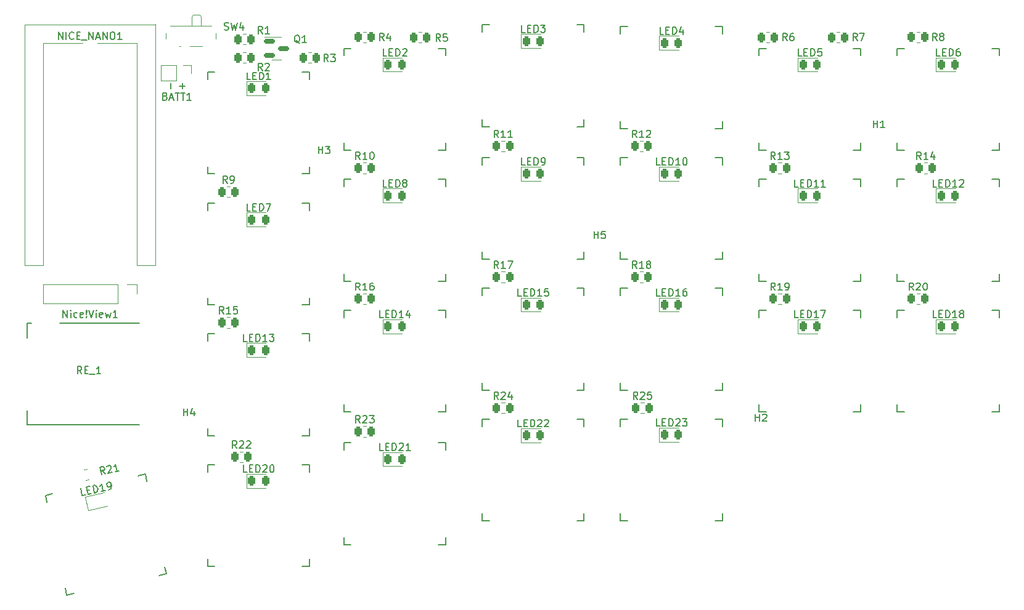
<source format=gto>
%TF.GenerationSoftware,KiCad,Pcbnew,7.0.5-0*%
%TF.CreationDate,2023-08-04T20:21:57+09:30*%
%TF.ProjectId,Rolio,436f726e-6552-46f6-9c69-6f2e6b696361,rev?*%
%TF.SameCoordinates,Original*%
%TF.FileFunction,Legend,Top*%
%TF.FilePolarity,Positive*%
%FSLAX46Y46*%
G04 Gerber Fmt 4.6, Leading zero omitted, Abs format (unit mm)*
G04 Created by KiCad (PCBNEW 7.0.5-0) date 2023-08-04 20:21:57*
%MOMM*%
%LPD*%
G01*
G04 APERTURE LIST*
G04 Aperture macros list*
%AMRoundRect*
0 Rectangle with rounded corners*
0 $1 Rounding radius*
0 $2 $3 $4 $5 $6 $7 $8 $9 X,Y pos of 4 corners*
0 Add a 4 corners polygon primitive as box body*
4,1,4,$2,$3,$4,$5,$6,$7,$8,$9,$2,$3,0*
0 Add four circle primitives for the rounded corners*
1,1,$1+$1,$2,$3*
1,1,$1+$1,$4,$5*
1,1,$1+$1,$6,$7*
1,1,$1+$1,$8,$9*
0 Add four rect primitives between the rounded corners*
20,1,$1+$1,$2,$3,$4,$5,0*
20,1,$1+$1,$4,$5,$6,$7,0*
20,1,$1+$1,$6,$7,$8,$9,0*
20,1,$1+$1,$8,$9,$2,$3,0*%
G04 Aperture macros list end*
%ADD10C,0.150000*%
%ADD11C,0.120000*%
%ADD12C,0.200000*%
%ADD13C,0.100000*%
%ADD14C,1.701800*%
%ADD15C,3.000000*%
%ADD16C,3.429000*%
%ADD17C,0.990600*%
%ADD18RoundRect,0.250000X-0.262500X-0.450000X0.262500X-0.450000X0.262500X0.450000X-0.262500X0.450000X0*%
%ADD19C,4.300000*%
%ADD20RoundRect,0.243750X-0.243750X-0.456250X0.243750X-0.456250X0.243750X0.456250X-0.243750X0.456250X0*%
%ADD21R,1.700000X1.700000*%
%ADD22O,1.700000X1.700000*%
%ADD23RoundRect,0.250000X0.163203X0.494743X-0.350324X0.385590X-0.163203X-0.494743X0.350324X-0.385590X0*%
%ADD24C,1.500000*%
%ADD25C,1.600000*%
%ADD26R,1.000000X0.800000*%
%ADD27C,0.900000*%
%ADD28R,0.700000X1.500000*%
%ADD29RoundRect,0.250000X0.262500X0.450000X-0.262500X0.450000X-0.262500X-0.450000X0.262500X-0.450000X0*%
%ADD30R,1.600000X1.600000*%
%ADD31O,1.600000X1.600000*%
%ADD32RoundRect,0.150000X-0.587500X-0.150000X0.587500X-0.150000X0.587500X0.150000X-0.587500X0.150000X0*%
%ADD33R,1.350000X1.350000*%
%ADD34O,1.350000X1.350000*%
%ADD35RoundRect,0.243750X-0.143564X-0.496958X0.333283X-0.395601X0.143564X0.496958X-0.333283X0.395601X0*%
G04 APERTURE END LIST*
D10*
X72028366Y-45091220D02*
X72028366Y-44329316D01*
X73638366Y-45091220D02*
X73638366Y-44329316D01*
X74019319Y-44710268D02*
X73257414Y-44710268D01*
X177263333Y-38468819D02*
X176930000Y-37992628D01*
X176691905Y-38468819D02*
X176691905Y-37468819D01*
X176691905Y-37468819D02*
X177072857Y-37468819D01*
X177072857Y-37468819D02*
X177168095Y-37516438D01*
X177168095Y-37516438D02*
X177215714Y-37564057D01*
X177215714Y-37564057D02*
X177263333Y-37659295D01*
X177263333Y-37659295D02*
X177263333Y-37802152D01*
X177263333Y-37802152D02*
X177215714Y-37897390D01*
X177215714Y-37897390D02*
X177168095Y-37945009D01*
X177168095Y-37945009D02*
X177072857Y-37992628D01*
X177072857Y-37992628D02*
X176691905Y-37992628D01*
X177834762Y-37897390D02*
X177739524Y-37849771D01*
X177739524Y-37849771D02*
X177691905Y-37802152D01*
X177691905Y-37802152D02*
X177644286Y-37706914D01*
X177644286Y-37706914D02*
X177644286Y-37659295D01*
X177644286Y-37659295D02*
X177691905Y-37564057D01*
X177691905Y-37564057D02*
X177739524Y-37516438D01*
X177739524Y-37516438D02*
X177834762Y-37468819D01*
X177834762Y-37468819D02*
X178025238Y-37468819D01*
X178025238Y-37468819D02*
X178120476Y-37516438D01*
X178120476Y-37516438D02*
X178168095Y-37564057D01*
X178168095Y-37564057D02*
X178215714Y-37659295D01*
X178215714Y-37659295D02*
X178215714Y-37706914D01*
X178215714Y-37706914D02*
X178168095Y-37802152D01*
X178168095Y-37802152D02*
X178120476Y-37849771D01*
X178120476Y-37849771D02*
X178025238Y-37897390D01*
X178025238Y-37897390D02*
X177834762Y-37897390D01*
X177834762Y-37897390D02*
X177739524Y-37945009D01*
X177739524Y-37945009D02*
X177691905Y-37992628D01*
X177691905Y-37992628D02*
X177644286Y-38087866D01*
X177644286Y-38087866D02*
X177644286Y-38278342D01*
X177644286Y-38278342D02*
X177691905Y-38373580D01*
X177691905Y-38373580D02*
X177739524Y-38421200D01*
X177739524Y-38421200D02*
X177834762Y-38468819D01*
X177834762Y-38468819D02*
X178025238Y-38468819D01*
X178025238Y-38468819D02*
X178120476Y-38421200D01*
X178120476Y-38421200D02*
X178168095Y-38373580D01*
X178168095Y-38373580D02*
X178215714Y-38278342D01*
X178215714Y-38278342D02*
X178215714Y-38087866D01*
X178215714Y-38087866D02*
X178168095Y-37992628D01*
X178168095Y-37992628D02*
X178120476Y-37945009D01*
X178120476Y-37945009D02*
X178025238Y-37897390D01*
X152333595Y-90826819D02*
X152333595Y-89826819D01*
X152333595Y-90303009D02*
X152905023Y-90303009D01*
X152905023Y-90826819D02*
X152905023Y-89826819D01*
X153333595Y-89922057D02*
X153381214Y-89874438D01*
X153381214Y-89874438D02*
X153476452Y-89826819D01*
X153476452Y-89826819D02*
X153714547Y-89826819D01*
X153714547Y-89826819D02*
X153809785Y-89874438D01*
X153809785Y-89874438D02*
X153857404Y-89922057D01*
X153857404Y-89922057D02*
X153905023Y-90017295D01*
X153905023Y-90017295D02*
X153905023Y-90112533D01*
X153905023Y-90112533D02*
X153857404Y-90255390D01*
X153857404Y-90255390D02*
X153285976Y-90826819D01*
X153285976Y-90826819D02*
X153905023Y-90826819D01*
X120720952Y-37329819D02*
X120244762Y-37329819D01*
X120244762Y-37329819D02*
X120244762Y-36329819D01*
X121054286Y-36806009D02*
X121387619Y-36806009D01*
X121530476Y-37329819D02*
X121054286Y-37329819D01*
X121054286Y-37329819D02*
X121054286Y-36329819D01*
X121054286Y-36329819D02*
X121530476Y-36329819D01*
X121959048Y-37329819D02*
X121959048Y-36329819D01*
X121959048Y-36329819D02*
X122197143Y-36329819D01*
X122197143Y-36329819D02*
X122340000Y-36377438D01*
X122340000Y-36377438D02*
X122435238Y-36472676D01*
X122435238Y-36472676D02*
X122482857Y-36567914D01*
X122482857Y-36567914D02*
X122530476Y-36758390D01*
X122530476Y-36758390D02*
X122530476Y-36901247D01*
X122530476Y-36901247D02*
X122482857Y-37091723D01*
X122482857Y-37091723D02*
X122435238Y-37186961D01*
X122435238Y-37186961D02*
X122340000Y-37282200D01*
X122340000Y-37282200D02*
X122197143Y-37329819D01*
X122197143Y-37329819D02*
X121959048Y-37329819D01*
X122863810Y-36329819D02*
X123482857Y-36329819D01*
X123482857Y-36329819D02*
X123149524Y-36710771D01*
X123149524Y-36710771D02*
X123292381Y-36710771D01*
X123292381Y-36710771D02*
X123387619Y-36758390D01*
X123387619Y-36758390D02*
X123435238Y-36806009D01*
X123435238Y-36806009D02*
X123482857Y-36901247D01*
X123482857Y-36901247D02*
X123482857Y-37139342D01*
X123482857Y-37139342D02*
X123435238Y-37234580D01*
X123435238Y-37234580D02*
X123387619Y-37282200D01*
X123387619Y-37282200D02*
X123292381Y-37329819D01*
X123292381Y-37329819D02*
X123006667Y-37329819D01*
X123006667Y-37329819D02*
X122911429Y-37282200D01*
X122911429Y-37282200D02*
X122863810Y-37234580D01*
X136057142Y-51784819D02*
X135723809Y-51308628D01*
X135485714Y-51784819D02*
X135485714Y-50784819D01*
X135485714Y-50784819D02*
X135866666Y-50784819D01*
X135866666Y-50784819D02*
X135961904Y-50832438D01*
X135961904Y-50832438D02*
X136009523Y-50880057D01*
X136009523Y-50880057D02*
X136057142Y-50975295D01*
X136057142Y-50975295D02*
X136057142Y-51118152D01*
X136057142Y-51118152D02*
X136009523Y-51213390D01*
X136009523Y-51213390D02*
X135961904Y-51261009D01*
X135961904Y-51261009D02*
X135866666Y-51308628D01*
X135866666Y-51308628D02*
X135485714Y-51308628D01*
X137009523Y-51784819D02*
X136438095Y-51784819D01*
X136723809Y-51784819D02*
X136723809Y-50784819D01*
X136723809Y-50784819D02*
X136628571Y-50927676D01*
X136628571Y-50927676D02*
X136533333Y-51022914D01*
X136533333Y-51022914D02*
X136438095Y-51070533D01*
X137390476Y-50880057D02*
X137438095Y-50832438D01*
X137438095Y-50832438D02*
X137533333Y-50784819D01*
X137533333Y-50784819D02*
X137771428Y-50784819D01*
X137771428Y-50784819D02*
X137866666Y-50832438D01*
X137866666Y-50832438D02*
X137914285Y-50880057D01*
X137914285Y-50880057D02*
X137961904Y-50975295D01*
X137961904Y-50975295D02*
X137961904Y-51070533D01*
X137961904Y-51070533D02*
X137914285Y-51213390D01*
X137914285Y-51213390D02*
X137342857Y-51784819D01*
X137342857Y-51784819D02*
X137961904Y-51784819D01*
X120244761Y-73579819D02*
X119768571Y-73579819D01*
X119768571Y-73579819D02*
X119768571Y-72579819D01*
X120578095Y-73056009D02*
X120911428Y-73056009D01*
X121054285Y-73579819D02*
X120578095Y-73579819D01*
X120578095Y-73579819D02*
X120578095Y-72579819D01*
X120578095Y-72579819D02*
X121054285Y-72579819D01*
X121482857Y-73579819D02*
X121482857Y-72579819D01*
X121482857Y-72579819D02*
X121720952Y-72579819D01*
X121720952Y-72579819D02*
X121863809Y-72627438D01*
X121863809Y-72627438D02*
X121959047Y-72722676D01*
X121959047Y-72722676D02*
X122006666Y-72817914D01*
X122006666Y-72817914D02*
X122054285Y-73008390D01*
X122054285Y-73008390D02*
X122054285Y-73151247D01*
X122054285Y-73151247D02*
X122006666Y-73341723D01*
X122006666Y-73341723D02*
X121959047Y-73436961D01*
X121959047Y-73436961D02*
X121863809Y-73532200D01*
X121863809Y-73532200D02*
X121720952Y-73579819D01*
X121720952Y-73579819D02*
X121482857Y-73579819D01*
X123006666Y-73579819D02*
X122435238Y-73579819D01*
X122720952Y-73579819D02*
X122720952Y-72579819D01*
X122720952Y-72579819D02*
X122625714Y-72722676D01*
X122625714Y-72722676D02*
X122530476Y-72817914D01*
X122530476Y-72817914D02*
X122435238Y-72865533D01*
X123911428Y-72579819D02*
X123435238Y-72579819D01*
X123435238Y-72579819D02*
X123387619Y-73056009D01*
X123387619Y-73056009D02*
X123435238Y-73008390D01*
X123435238Y-73008390D02*
X123530476Y-72960771D01*
X123530476Y-72960771D02*
X123768571Y-72960771D01*
X123768571Y-72960771D02*
X123863809Y-73008390D01*
X123863809Y-73008390D02*
X123911428Y-73056009D01*
X123911428Y-73056009D02*
X123959047Y-73151247D01*
X123959047Y-73151247D02*
X123959047Y-73389342D01*
X123959047Y-73389342D02*
X123911428Y-73484580D01*
X123911428Y-73484580D02*
X123863809Y-73532200D01*
X123863809Y-73532200D02*
X123768571Y-73579819D01*
X123768571Y-73579819D02*
X123530476Y-73579819D01*
X123530476Y-73579819D02*
X123435238Y-73532200D01*
X123435238Y-73532200D02*
X123387619Y-73484580D01*
X98057142Y-54784819D02*
X97723809Y-54308628D01*
X97485714Y-54784819D02*
X97485714Y-53784819D01*
X97485714Y-53784819D02*
X97866666Y-53784819D01*
X97866666Y-53784819D02*
X97961904Y-53832438D01*
X97961904Y-53832438D02*
X98009523Y-53880057D01*
X98009523Y-53880057D02*
X98057142Y-53975295D01*
X98057142Y-53975295D02*
X98057142Y-54118152D01*
X98057142Y-54118152D02*
X98009523Y-54213390D01*
X98009523Y-54213390D02*
X97961904Y-54261009D01*
X97961904Y-54261009D02*
X97866666Y-54308628D01*
X97866666Y-54308628D02*
X97485714Y-54308628D01*
X99009523Y-54784819D02*
X98438095Y-54784819D01*
X98723809Y-54784819D02*
X98723809Y-53784819D01*
X98723809Y-53784819D02*
X98628571Y-53927676D01*
X98628571Y-53927676D02*
X98533333Y-54022914D01*
X98533333Y-54022914D02*
X98438095Y-54070533D01*
X99628571Y-53784819D02*
X99723809Y-53784819D01*
X99723809Y-53784819D02*
X99819047Y-53832438D01*
X99819047Y-53832438D02*
X99866666Y-53880057D01*
X99866666Y-53880057D02*
X99914285Y-53975295D01*
X99914285Y-53975295D02*
X99961904Y-54165771D01*
X99961904Y-54165771D02*
X99961904Y-54403866D01*
X99961904Y-54403866D02*
X99914285Y-54594342D01*
X99914285Y-54594342D02*
X99866666Y-54689580D01*
X99866666Y-54689580D02*
X99819047Y-54737200D01*
X99819047Y-54737200D02*
X99723809Y-54784819D01*
X99723809Y-54784819D02*
X99628571Y-54784819D01*
X99628571Y-54784819D02*
X99533333Y-54737200D01*
X99533333Y-54737200D02*
X99485714Y-54689580D01*
X99485714Y-54689580D02*
X99438095Y-54594342D01*
X99438095Y-54594342D02*
X99390476Y-54403866D01*
X99390476Y-54403866D02*
X99390476Y-54165771D01*
X99390476Y-54165771D02*
X99438095Y-53975295D01*
X99438095Y-53975295D02*
X99485714Y-53880057D01*
X99485714Y-53880057D02*
X99533333Y-53832438D01*
X99533333Y-53832438D02*
X99628571Y-53784819D01*
X57258215Y-76524819D02*
X57258215Y-75524819D01*
X57258215Y-75524819D02*
X57829643Y-76524819D01*
X57829643Y-76524819D02*
X57829643Y-75524819D01*
X58305834Y-76524819D02*
X58305834Y-75858152D01*
X58305834Y-75524819D02*
X58258215Y-75572438D01*
X58258215Y-75572438D02*
X58305834Y-75620057D01*
X58305834Y-75620057D02*
X58353453Y-75572438D01*
X58353453Y-75572438D02*
X58305834Y-75524819D01*
X58305834Y-75524819D02*
X58305834Y-75620057D01*
X59210595Y-76477200D02*
X59115357Y-76524819D01*
X59115357Y-76524819D02*
X58924881Y-76524819D01*
X58924881Y-76524819D02*
X58829643Y-76477200D01*
X58829643Y-76477200D02*
X58782024Y-76429580D01*
X58782024Y-76429580D02*
X58734405Y-76334342D01*
X58734405Y-76334342D02*
X58734405Y-76048628D01*
X58734405Y-76048628D02*
X58782024Y-75953390D01*
X58782024Y-75953390D02*
X58829643Y-75905771D01*
X58829643Y-75905771D02*
X58924881Y-75858152D01*
X58924881Y-75858152D02*
X59115357Y-75858152D01*
X59115357Y-75858152D02*
X59210595Y-75905771D01*
X60020119Y-76477200D02*
X59924881Y-76524819D01*
X59924881Y-76524819D02*
X59734405Y-76524819D01*
X59734405Y-76524819D02*
X59639167Y-76477200D01*
X59639167Y-76477200D02*
X59591548Y-76381961D01*
X59591548Y-76381961D02*
X59591548Y-76001009D01*
X59591548Y-76001009D02*
X59639167Y-75905771D01*
X59639167Y-75905771D02*
X59734405Y-75858152D01*
X59734405Y-75858152D02*
X59924881Y-75858152D01*
X59924881Y-75858152D02*
X60020119Y-75905771D01*
X60020119Y-75905771D02*
X60067738Y-76001009D01*
X60067738Y-76001009D02*
X60067738Y-76096247D01*
X60067738Y-76096247D02*
X59591548Y-76191485D01*
X60496310Y-76429580D02*
X60543929Y-76477200D01*
X60543929Y-76477200D02*
X60496310Y-76524819D01*
X60496310Y-76524819D02*
X60448691Y-76477200D01*
X60448691Y-76477200D02*
X60496310Y-76429580D01*
X60496310Y-76429580D02*
X60496310Y-76524819D01*
X60496310Y-76143866D02*
X60448691Y-75572438D01*
X60448691Y-75572438D02*
X60496310Y-75524819D01*
X60496310Y-75524819D02*
X60543929Y-75572438D01*
X60543929Y-75572438D02*
X60496310Y-76143866D01*
X60496310Y-76143866D02*
X60496310Y-75524819D01*
X60829643Y-75524819D02*
X61162976Y-76524819D01*
X61162976Y-76524819D02*
X61496309Y-75524819D01*
X61829643Y-76524819D02*
X61829643Y-75858152D01*
X61829643Y-75524819D02*
X61782024Y-75572438D01*
X61782024Y-75572438D02*
X61829643Y-75620057D01*
X61829643Y-75620057D02*
X61877262Y-75572438D01*
X61877262Y-75572438D02*
X61829643Y-75524819D01*
X61829643Y-75524819D02*
X61829643Y-75620057D01*
X62686785Y-76477200D02*
X62591547Y-76524819D01*
X62591547Y-76524819D02*
X62401071Y-76524819D01*
X62401071Y-76524819D02*
X62305833Y-76477200D01*
X62305833Y-76477200D02*
X62258214Y-76381961D01*
X62258214Y-76381961D02*
X62258214Y-76001009D01*
X62258214Y-76001009D02*
X62305833Y-75905771D01*
X62305833Y-75905771D02*
X62401071Y-75858152D01*
X62401071Y-75858152D02*
X62591547Y-75858152D01*
X62591547Y-75858152D02*
X62686785Y-75905771D01*
X62686785Y-75905771D02*
X62734404Y-76001009D01*
X62734404Y-76001009D02*
X62734404Y-76096247D01*
X62734404Y-76096247D02*
X62258214Y-76191485D01*
X63067738Y-75858152D02*
X63258214Y-76524819D01*
X63258214Y-76524819D02*
X63448690Y-76048628D01*
X63448690Y-76048628D02*
X63639166Y-76524819D01*
X63639166Y-76524819D02*
X63829642Y-75858152D01*
X64734404Y-76524819D02*
X64162976Y-76524819D01*
X64448690Y-76524819D02*
X64448690Y-75524819D01*
X64448690Y-75524819D02*
X64353452Y-75667676D01*
X64353452Y-75667676D02*
X64258214Y-75762914D01*
X64258214Y-75762914D02*
X64162976Y-75810533D01*
X139720952Y-37579819D02*
X139244762Y-37579819D01*
X139244762Y-37579819D02*
X139244762Y-36579819D01*
X140054286Y-37056009D02*
X140387619Y-37056009D01*
X140530476Y-37579819D02*
X140054286Y-37579819D01*
X140054286Y-37579819D02*
X140054286Y-36579819D01*
X140054286Y-36579819D02*
X140530476Y-36579819D01*
X140959048Y-37579819D02*
X140959048Y-36579819D01*
X140959048Y-36579819D02*
X141197143Y-36579819D01*
X141197143Y-36579819D02*
X141340000Y-36627438D01*
X141340000Y-36627438D02*
X141435238Y-36722676D01*
X141435238Y-36722676D02*
X141482857Y-36817914D01*
X141482857Y-36817914D02*
X141530476Y-37008390D01*
X141530476Y-37008390D02*
X141530476Y-37151247D01*
X141530476Y-37151247D02*
X141482857Y-37341723D01*
X141482857Y-37341723D02*
X141435238Y-37436961D01*
X141435238Y-37436961D02*
X141340000Y-37532200D01*
X141340000Y-37532200D02*
X141197143Y-37579819D01*
X141197143Y-37579819D02*
X140959048Y-37579819D01*
X142387619Y-36913152D02*
X142387619Y-37579819D01*
X142149524Y-36532200D02*
X141911429Y-37246485D01*
X141911429Y-37246485D02*
X142530476Y-37246485D01*
X83000952Y-43829819D02*
X82524762Y-43829819D01*
X82524762Y-43829819D02*
X82524762Y-42829819D01*
X83334286Y-43306009D02*
X83667619Y-43306009D01*
X83810476Y-43829819D02*
X83334286Y-43829819D01*
X83334286Y-43829819D02*
X83334286Y-42829819D01*
X83334286Y-42829819D02*
X83810476Y-42829819D01*
X84239048Y-43829819D02*
X84239048Y-42829819D01*
X84239048Y-42829819D02*
X84477143Y-42829819D01*
X84477143Y-42829819D02*
X84620000Y-42877438D01*
X84620000Y-42877438D02*
X84715238Y-42972676D01*
X84715238Y-42972676D02*
X84762857Y-43067914D01*
X84762857Y-43067914D02*
X84810476Y-43258390D01*
X84810476Y-43258390D02*
X84810476Y-43401247D01*
X84810476Y-43401247D02*
X84762857Y-43591723D01*
X84762857Y-43591723D02*
X84715238Y-43686961D01*
X84715238Y-43686961D02*
X84620000Y-43782200D01*
X84620000Y-43782200D02*
X84477143Y-43829819D01*
X84477143Y-43829819D02*
X84239048Y-43829819D01*
X85762857Y-43829819D02*
X85191429Y-43829819D01*
X85477143Y-43829819D02*
X85477143Y-42829819D01*
X85477143Y-42829819D02*
X85381905Y-42972676D01*
X85381905Y-42972676D02*
X85286667Y-43067914D01*
X85286667Y-43067914D02*
X85191429Y-43115533D01*
X84650833Y-42580819D02*
X84317500Y-42104628D01*
X84079405Y-42580819D02*
X84079405Y-41580819D01*
X84079405Y-41580819D02*
X84460357Y-41580819D01*
X84460357Y-41580819D02*
X84555595Y-41628438D01*
X84555595Y-41628438D02*
X84603214Y-41676057D01*
X84603214Y-41676057D02*
X84650833Y-41771295D01*
X84650833Y-41771295D02*
X84650833Y-41914152D01*
X84650833Y-41914152D02*
X84603214Y-42009390D01*
X84603214Y-42009390D02*
X84555595Y-42057009D01*
X84555595Y-42057009D02*
X84460357Y-42104628D01*
X84460357Y-42104628D02*
X84079405Y-42104628D01*
X85031786Y-41676057D02*
X85079405Y-41628438D01*
X85079405Y-41628438D02*
X85174643Y-41580819D01*
X85174643Y-41580819D02*
X85412738Y-41580819D01*
X85412738Y-41580819D02*
X85507976Y-41628438D01*
X85507976Y-41628438D02*
X85555595Y-41676057D01*
X85555595Y-41676057D02*
X85603214Y-41771295D01*
X85603214Y-41771295D02*
X85603214Y-41866533D01*
X85603214Y-41866533D02*
X85555595Y-42009390D01*
X85555595Y-42009390D02*
X84984167Y-42580819D01*
X84984167Y-42580819D02*
X85603214Y-42580819D01*
X63103752Y-98028537D02*
X62678698Y-97632057D01*
X62544811Y-98147344D02*
X62336899Y-97169196D01*
X62336899Y-97169196D02*
X62709527Y-97089992D01*
X62709527Y-97089992D02*
X62812584Y-97116769D01*
X62812584Y-97116769D02*
X62869063Y-97153447D01*
X62869063Y-97153447D02*
X62935443Y-97236703D01*
X62935443Y-97236703D02*
X62965145Y-97376439D01*
X62965145Y-97376439D02*
X62938367Y-97479496D01*
X62938367Y-97479496D02*
X62901689Y-97535975D01*
X62901689Y-97535975D02*
X62818433Y-97602355D01*
X62818433Y-97602355D02*
X62445805Y-97681559D01*
X63288270Y-97064342D02*
X63324947Y-97007863D01*
X63324947Y-97007863D02*
X63408204Y-96941483D01*
X63408204Y-96941483D02*
X63641096Y-96891981D01*
X63641096Y-96891981D02*
X63744154Y-96918758D01*
X63744154Y-96918758D02*
X63800633Y-96955436D01*
X63800633Y-96955436D02*
X63867012Y-97038692D01*
X63867012Y-97038692D02*
X63886813Y-97131849D01*
X63886813Y-97131849D02*
X63869936Y-97281485D01*
X63869936Y-97281485D02*
X63429802Y-97959233D01*
X63429802Y-97959233D02*
X64035322Y-97830526D01*
X64966891Y-97632515D02*
X64407949Y-97751322D01*
X64687420Y-97691918D02*
X64479508Y-96713771D01*
X64479508Y-96713771D02*
X64416053Y-96873307D01*
X64416053Y-96873307D02*
X64342697Y-96986265D01*
X64342697Y-96986265D02*
X64259441Y-97052645D01*
X59822499Y-84284819D02*
X59489166Y-83808628D01*
X59251071Y-84284819D02*
X59251071Y-83284819D01*
X59251071Y-83284819D02*
X59632023Y-83284819D01*
X59632023Y-83284819D02*
X59727261Y-83332438D01*
X59727261Y-83332438D02*
X59774880Y-83380057D01*
X59774880Y-83380057D02*
X59822499Y-83475295D01*
X59822499Y-83475295D02*
X59822499Y-83618152D01*
X59822499Y-83618152D02*
X59774880Y-83713390D01*
X59774880Y-83713390D02*
X59727261Y-83761009D01*
X59727261Y-83761009D02*
X59632023Y-83808628D01*
X59632023Y-83808628D02*
X59251071Y-83808628D01*
X60251071Y-83761009D02*
X60584404Y-83761009D01*
X60727261Y-84284819D02*
X60251071Y-84284819D01*
X60251071Y-84284819D02*
X60251071Y-83284819D01*
X60251071Y-83284819D02*
X60727261Y-83284819D01*
X60917738Y-84380057D02*
X61679642Y-84380057D01*
X62441547Y-84284819D02*
X61870119Y-84284819D01*
X62155833Y-84284819D02*
X62155833Y-83284819D01*
X62155833Y-83284819D02*
X62060595Y-83427676D01*
X62060595Y-83427676D02*
X61965357Y-83522914D01*
X61965357Y-83522914D02*
X61870119Y-83570533D01*
X82524761Y-79829819D02*
X82048571Y-79829819D01*
X82048571Y-79829819D02*
X82048571Y-78829819D01*
X82858095Y-79306009D02*
X83191428Y-79306009D01*
X83334285Y-79829819D02*
X82858095Y-79829819D01*
X82858095Y-79829819D02*
X82858095Y-78829819D01*
X82858095Y-78829819D02*
X83334285Y-78829819D01*
X83762857Y-79829819D02*
X83762857Y-78829819D01*
X83762857Y-78829819D02*
X84000952Y-78829819D01*
X84000952Y-78829819D02*
X84143809Y-78877438D01*
X84143809Y-78877438D02*
X84239047Y-78972676D01*
X84239047Y-78972676D02*
X84286666Y-79067914D01*
X84286666Y-79067914D02*
X84334285Y-79258390D01*
X84334285Y-79258390D02*
X84334285Y-79401247D01*
X84334285Y-79401247D02*
X84286666Y-79591723D01*
X84286666Y-79591723D02*
X84239047Y-79686961D01*
X84239047Y-79686961D02*
X84143809Y-79782200D01*
X84143809Y-79782200D02*
X84000952Y-79829819D01*
X84000952Y-79829819D02*
X83762857Y-79829819D01*
X85286666Y-79829819D02*
X84715238Y-79829819D01*
X85000952Y-79829819D02*
X85000952Y-78829819D01*
X85000952Y-78829819D02*
X84905714Y-78972676D01*
X84905714Y-78972676D02*
X84810476Y-79067914D01*
X84810476Y-79067914D02*
X84715238Y-79115533D01*
X85620000Y-78829819D02*
X86239047Y-78829819D01*
X86239047Y-78829819D02*
X85905714Y-79210771D01*
X85905714Y-79210771D02*
X86048571Y-79210771D01*
X86048571Y-79210771D02*
X86143809Y-79258390D01*
X86143809Y-79258390D02*
X86191428Y-79306009D01*
X86191428Y-79306009D02*
X86239047Y-79401247D01*
X86239047Y-79401247D02*
X86239047Y-79639342D01*
X86239047Y-79639342D02*
X86191428Y-79734580D01*
X86191428Y-79734580D02*
X86143809Y-79782200D01*
X86143809Y-79782200D02*
X86048571Y-79829819D01*
X86048571Y-79829819D02*
X85762857Y-79829819D01*
X85762857Y-79829819D02*
X85667619Y-79782200D01*
X85667619Y-79782200D02*
X85620000Y-79734580D01*
X136057142Y-69784819D02*
X135723809Y-69308628D01*
X135485714Y-69784819D02*
X135485714Y-68784819D01*
X135485714Y-68784819D02*
X135866666Y-68784819D01*
X135866666Y-68784819D02*
X135961904Y-68832438D01*
X135961904Y-68832438D02*
X136009523Y-68880057D01*
X136009523Y-68880057D02*
X136057142Y-68975295D01*
X136057142Y-68975295D02*
X136057142Y-69118152D01*
X136057142Y-69118152D02*
X136009523Y-69213390D01*
X136009523Y-69213390D02*
X135961904Y-69261009D01*
X135961904Y-69261009D02*
X135866666Y-69308628D01*
X135866666Y-69308628D02*
X135485714Y-69308628D01*
X137009523Y-69784819D02*
X136438095Y-69784819D01*
X136723809Y-69784819D02*
X136723809Y-68784819D01*
X136723809Y-68784819D02*
X136628571Y-68927676D01*
X136628571Y-68927676D02*
X136533333Y-69022914D01*
X136533333Y-69022914D02*
X136438095Y-69070533D01*
X137580952Y-69213390D02*
X137485714Y-69165771D01*
X137485714Y-69165771D02*
X137438095Y-69118152D01*
X137438095Y-69118152D02*
X137390476Y-69022914D01*
X137390476Y-69022914D02*
X137390476Y-68975295D01*
X137390476Y-68975295D02*
X137438095Y-68880057D01*
X137438095Y-68880057D02*
X137485714Y-68832438D01*
X137485714Y-68832438D02*
X137580952Y-68784819D01*
X137580952Y-68784819D02*
X137771428Y-68784819D01*
X137771428Y-68784819D02*
X137866666Y-68832438D01*
X137866666Y-68832438D02*
X137914285Y-68880057D01*
X137914285Y-68880057D02*
X137961904Y-68975295D01*
X137961904Y-68975295D02*
X137961904Y-69022914D01*
X137961904Y-69022914D02*
X137914285Y-69118152D01*
X137914285Y-69118152D02*
X137866666Y-69165771D01*
X137866666Y-69165771D02*
X137771428Y-69213390D01*
X137771428Y-69213390D02*
X137580952Y-69213390D01*
X137580952Y-69213390D02*
X137485714Y-69261009D01*
X137485714Y-69261009D02*
X137438095Y-69308628D01*
X137438095Y-69308628D02*
X137390476Y-69403866D01*
X137390476Y-69403866D02*
X137390476Y-69594342D01*
X137390476Y-69594342D02*
X137438095Y-69689580D01*
X137438095Y-69689580D02*
X137485714Y-69737200D01*
X137485714Y-69737200D02*
X137580952Y-69784819D01*
X137580952Y-69784819D02*
X137771428Y-69784819D01*
X137771428Y-69784819D02*
X137866666Y-69737200D01*
X137866666Y-69737200D02*
X137914285Y-69689580D01*
X137914285Y-69689580D02*
X137961904Y-69594342D01*
X137961904Y-69594342D02*
X137961904Y-69403866D01*
X137961904Y-69403866D02*
X137914285Y-69308628D01*
X137914285Y-69308628D02*
X137866666Y-69261009D01*
X137866666Y-69261009D02*
X137771428Y-69213390D01*
X155057142Y-72784819D02*
X154723809Y-72308628D01*
X154485714Y-72784819D02*
X154485714Y-71784819D01*
X154485714Y-71784819D02*
X154866666Y-71784819D01*
X154866666Y-71784819D02*
X154961904Y-71832438D01*
X154961904Y-71832438D02*
X155009523Y-71880057D01*
X155009523Y-71880057D02*
X155057142Y-71975295D01*
X155057142Y-71975295D02*
X155057142Y-72118152D01*
X155057142Y-72118152D02*
X155009523Y-72213390D01*
X155009523Y-72213390D02*
X154961904Y-72261009D01*
X154961904Y-72261009D02*
X154866666Y-72308628D01*
X154866666Y-72308628D02*
X154485714Y-72308628D01*
X156009523Y-72784819D02*
X155438095Y-72784819D01*
X155723809Y-72784819D02*
X155723809Y-71784819D01*
X155723809Y-71784819D02*
X155628571Y-71927676D01*
X155628571Y-71927676D02*
X155533333Y-72022914D01*
X155533333Y-72022914D02*
X155438095Y-72070533D01*
X156485714Y-72784819D02*
X156676190Y-72784819D01*
X156676190Y-72784819D02*
X156771428Y-72737200D01*
X156771428Y-72737200D02*
X156819047Y-72689580D01*
X156819047Y-72689580D02*
X156914285Y-72546723D01*
X156914285Y-72546723D02*
X156961904Y-72356247D01*
X156961904Y-72356247D02*
X156961904Y-71975295D01*
X156961904Y-71975295D02*
X156914285Y-71880057D01*
X156914285Y-71880057D02*
X156866666Y-71832438D01*
X156866666Y-71832438D02*
X156771428Y-71784819D01*
X156771428Y-71784819D02*
X156580952Y-71784819D01*
X156580952Y-71784819D02*
X156485714Y-71832438D01*
X156485714Y-71832438D02*
X156438095Y-71880057D01*
X156438095Y-71880057D02*
X156390476Y-71975295D01*
X156390476Y-71975295D02*
X156390476Y-72213390D01*
X156390476Y-72213390D02*
X156438095Y-72308628D01*
X156438095Y-72308628D02*
X156485714Y-72356247D01*
X156485714Y-72356247D02*
X156580952Y-72403866D01*
X156580952Y-72403866D02*
X156771428Y-72403866D01*
X156771428Y-72403866D02*
X156866666Y-72356247D01*
X156866666Y-72356247D02*
X156914285Y-72308628D01*
X156914285Y-72308628D02*
X156961904Y-72213390D01*
X175106642Y-54784819D02*
X174773309Y-54308628D01*
X174535214Y-54784819D02*
X174535214Y-53784819D01*
X174535214Y-53784819D02*
X174916166Y-53784819D01*
X174916166Y-53784819D02*
X175011404Y-53832438D01*
X175011404Y-53832438D02*
X175059023Y-53880057D01*
X175059023Y-53880057D02*
X175106642Y-53975295D01*
X175106642Y-53975295D02*
X175106642Y-54118152D01*
X175106642Y-54118152D02*
X175059023Y-54213390D01*
X175059023Y-54213390D02*
X175011404Y-54261009D01*
X175011404Y-54261009D02*
X174916166Y-54308628D01*
X174916166Y-54308628D02*
X174535214Y-54308628D01*
X176059023Y-54784819D02*
X175487595Y-54784819D01*
X175773309Y-54784819D02*
X175773309Y-53784819D01*
X175773309Y-53784819D02*
X175678071Y-53927676D01*
X175678071Y-53927676D02*
X175582833Y-54022914D01*
X175582833Y-54022914D02*
X175487595Y-54070533D01*
X176916166Y-54118152D02*
X176916166Y-54784819D01*
X176678071Y-53737200D02*
X176439976Y-54451485D01*
X176439976Y-54451485D02*
X177059023Y-54451485D01*
X117057142Y-87784819D02*
X116723809Y-87308628D01*
X116485714Y-87784819D02*
X116485714Y-86784819D01*
X116485714Y-86784819D02*
X116866666Y-86784819D01*
X116866666Y-86784819D02*
X116961904Y-86832438D01*
X116961904Y-86832438D02*
X117009523Y-86880057D01*
X117009523Y-86880057D02*
X117057142Y-86975295D01*
X117057142Y-86975295D02*
X117057142Y-87118152D01*
X117057142Y-87118152D02*
X117009523Y-87213390D01*
X117009523Y-87213390D02*
X116961904Y-87261009D01*
X116961904Y-87261009D02*
X116866666Y-87308628D01*
X116866666Y-87308628D02*
X116485714Y-87308628D01*
X117438095Y-86880057D02*
X117485714Y-86832438D01*
X117485714Y-86832438D02*
X117580952Y-86784819D01*
X117580952Y-86784819D02*
X117819047Y-86784819D01*
X117819047Y-86784819D02*
X117914285Y-86832438D01*
X117914285Y-86832438D02*
X117961904Y-86880057D01*
X117961904Y-86880057D02*
X118009523Y-86975295D01*
X118009523Y-86975295D02*
X118009523Y-87070533D01*
X118009523Y-87070533D02*
X117961904Y-87213390D01*
X117961904Y-87213390D02*
X117390476Y-87784819D01*
X117390476Y-87784819D02*
X118009523Y-87784819D01*
X118866666Y-87118152D02*
X118866666Y-87784819D01*
X118628571Y-86737200D02*
X118390476Y-87451485D01*
X118390476Y-87451485D02*
X119009523Y-87451485D01*
X84650833Y-37500819D02*
X84317500Y-37024628D01*
X84079405Y-37500819D02*
X84079405Y-36500819D01*
X84079405Y-36500819D02*
X84460357Y-36500819D01*
X84460357Y-36500819D02*
X84555595Y-36548438D01*
X84555595Y-36548438D02*
X84603214Y-36596057D01*
X84603214Y-36596057D02*
X84650833Y-36691295D01*
X84650833Y-36691295D02*
X84650833Y-36834152D01*
X84650833Y-36834152D02*
X84603214Y-36929390D01*
X84603214Y-36929390D02*
X84555595Y-36977009D01*
X84555595Y-36977009D02*
X84460357Y-37024628D01*
X84460357Y-37024628D02*
X84079405Y-37024628D01*
X85603214Y-37500819D02*
X85031786Y-37500819D01*
X85317500Y-37500819D02*
X85317500Y-36500819D01*
X85317500Y-36500819D02*
X85222262Y-36643676D01*
X85222262Y-36643676D02*
X85127024Y-36738914D01*
X85127024Y-36738914D02*
X85031786Y-36786533D01*
X139244761Y-91479819D02*
X138768571Y-91479819D01*
X138768571Y-91479819D02*
X138768571Y-90479819D01*
X139578095Y-90956009D02*
X139911428Y-90956009D01*
X140054285Y-91479819D02*
X139578095Y-91479819D01*
X139578095Y-91479819D02*
X139578095Y-90479819D01*
X139578095Y-90479819D02*
X140054285Y-90479819D01*
X140482857Y-91479819D02*
X140482857Y-90479819D01*
X140482857Y-90479819D02*
X140720952Y-90479819D01*
X140720952Y-90479819D02*
X140863809Y-90527438D01*
X140863809Y-90527438D02*
X140959047Y-90622676D01*
X140959047Y-90622676D02*
X141006666Y-90717914D01*
X141006666Y-90717914D02*
X141054285Y-90908390D01*
X141054285Y-90908390D02*
X141054285Y-91051247D01*
X141054285Y-91051247D02*
X141006666Y-91241723D01*
X141006666Y-91241723D02*
X140959047Y-91336961D01*
X140959047Y-91336961D02*
X140863809Y-91432200D01*
X140863809Y-91432200D02*
X140720952Y-91479819D01*
X140720952Y-91479819D02*
X140482857Y-91479819D01*
X141435238Y-90575057D02*
X141482857Y-90527438D01*
X141482857Y-90527438D02*
X141578095Y-90479819D01*
X141578095Y-90479819D02*
X141816190Y-90479819D01*
X141816190Y-90479819D02*
X141911428Y-90527438D01*
X141911428Y-90527438D02*
X141959047Y-90575057D01*
X141959047Y-90575057D02*
X142006666Y-90670295D01*
X142006666Y-90670295D02*
X142006666Y-90765533D01*
X142006666Y-90765533D02*
X141959047Y-90908390D01*
X141959047Y-90908390D02*
X141387619Y-91479819D01*
X141387619Y-91479819D02*
X142006666Y-91479819D01*
X142340000Y-90479819D02*
X142959047Y-90479819D01*
X142959047Y-90479819D02*
X142625714Y-90860771D01*
X142625714Y-90860771D02*
X142768571Y-90860771D01*
X142768571Y-90860771D02*
X142863809Y-90908390D01*
X142863809Y-90908390D02*
X142911428Y-90956009D01*
X142911428Y-90956009D02*
X142959047Y-91051247D01*
X142959047Y-91051247D02*
X142959047Y-91289342D01*
X142959047Y-91289342D02*
X142911428Y-91384580D01*
X142911428Y-91384580D02*
X142863809Y-91432200D01*
X142863809Y-91432200D02*
X142768571Y-91479819D01*
X142768571Y-91479819D02*
X142482857Y-91479819D01*
X142482857Y-91479819D02*
X142387619Y-91432200D01*
X142387619Y-91432200D02*
X142340000Y-91384580D01*
X139244761Y-55579819D02*
X138768571Y-55579819D01*
X138768571Y-55579819D02*
X138768571Y-54579819D01*
X139578095Y-55056009D02*
X139911428Y-55056009D01*
X140054285Y-55579819D02*
X139578095Y-55579819D01*
X139578095Y-55579819D02*
X139578095Y-54579819D01*
X139578095Y-54579819D02*
X140054285Y-54579819D01*
X140482857Y-55579819D02*
X140482857Y-54579819D01*
X140482857Y-54579819D02*
X140720952Y-54579819D01*
X140720952Y-54579819D02*
X140863809Y-54627438D01*
X140863809Y-54627438D02*
X140959047Y-54722676D01*
X140959047Y-54722676D02*
X141006666Y-54817914D01*
X141006666Y-54817914D02*
X141054285Y-55008390D01*
X141054285Y-55008390D02*
X141054285Y-55151247D01*
X141054285Y-55151247D02*
X141006666Y-55341723D01*
X141006666Y-55341723D02*
X140959047Y-55436961D01*
X140959047Y-55436961D02*
X140863809Y-55532200D01*
X140863809Y-55532200D02*
X140720952Y-55579819D01*
X140720952Y-55579819D02*
X140482857Y-55579819D01*
X142006666Y-55579819D02*
X141435238Y-55579819D01*
X141720952Y-55579819D02*
X141720952Y-54579819D01*
X141720952Y-54579819D02*
X141625714Y-54722676D01*
X141625714Y-54722676D02*
X141530476Y-54817914D01*
X141530476Y-54817914D02*
X141435238Y-54865533D01*
X142625714Y-54579819D02*
X142720952Y-54579819D01*
X142720952Y-54579819D02*
X142816190Y-54627438D01*
X142816190Y-54627438D02*
X142863809Y-54675057D01*
X142863809Y-54675057D02*
X142911428Y-54770295D01*
X142911428Y-54770295D02*
X142959047Y-54960771D01*
X142959047Y-54960771D02*
X142959047Y-55198866D01*
X142959047Y-55198866D02*
X142911428Y-55389342D01*
X142911428Y-55389342D02*
X142863809Y-55484580D01*
X142863809Y-55484580D02*
X142816190Y-55532200D01*
X142816190Y-55532200D02*
X142720952Y-55579819D01*
X142720952Y-55579819D02*
X142625714Y-55579819D01*
X142625714Y-55579819D02*
X142530476Y-55532200D01*
X142530476Y-55532200D02*
X142482857Y-55484580D01*
X142482857Y-55484580D02*
X142435238Y-55389342D01*
X142435238Y-55389342D02*
X142387619Y-55198866D01*
X142387619Y-55198866D02*
X142387619Y-54960771D01*
X142387619Y-54960771D02*
X142435238Y-54770295D01*
X142435238Y-54770295D02*
X142482857Y-54675057D01*
X142482857Y-54675057D02*
X142530476Y-54627438D01*
X142530476Y-54627438D02*
X142625714Y-54579819D01*
X79420167Y-36945200D02*
X79563024Y-36992819D01*
X79563024Y-36992819D02*
X79801119Y-36992819D01*
X79801119Y-36992819D02*
X79896357Y-36945200D01*
X79896357Y-36945200D02*
X79943976Y-36897580D01*
X79943976Y-36897580D02*
X79991595Y-36802342D01*
X79991595Y-36802342D02*
X79991595Y-36707104D01*
X79991595Y-36707104D02*
X79943976Y-36611866D01*
X79943976Y-36611866D02*
X79896357Y-36564247D01*
X79896357Y-36564247D02*
X79801119Y-36516628D01*
X79801119Y-36516628D02*
X79610643Y-36469009D01*
X79610643Y-36469009D02*
X79515405Y-36421390D01*
X79515405Y-36421390D02*
X79467786Y-36373771D01*
X79467786Y-36373771D02*
X79420167Y-36278533D01*
X79420167Y-36278533D02*
X79420167Y-36183295D01*
X79420167Y-36183295D02*
X79467786Y-36088057D01*
X79467786Y-36088057D02*
X79515405Y-36040438D01*
X79515405Y-36040438D02*
X79610643Y-35992819D01*
X79610643Y-35992819D02*
X79848738Y-35992819D01*
X79848738Y-35992819D02*
X79991595Y-36040438D01*
X80324929Y-35992819D02*
X80563024Y-36992819D01*
X80563024Y-36992819D02*
X80753500Y-36278533D01*
X80753500Y-36278533D02*
X80943976Y-36992819D01*
X80943976Y-36992819D02*
X81182072Y-35992819D01*
X81991595Y-36326152D02*
X81991595Y-36992819D01*
X81753500Y-35945200D02*
X81515405Y-36659485D01*
X81515405Y-36659485D02*
X82134452Y-36659485D01*
X174057142Y-72784819D02*
X173723809Y-72308628D01*
X173485714Y-72784819D02*
X173485714Y-71784819D01*
X173485714Y-71784819D02*
X173866666Y-71784819D01*
X173866666Y-71784819D02*
X173961904Y-71832438D01*
X173961904Y-71832438D02*
X174009523Y-71880057D01*
X174009523Y-71880057D02*
X174057142Y-71975295D01*
X174057142Y-71975295D02*
X174057142Y-72118152D01*
X174057142Y-72118152D02*
X174009523Y-72213390D01*
X174009523Y-72213390D02*
X173961904Y-72261009D01*
X173961904Y-72261009D02*
X173866666Y-72308628D01*
X173866666Y-72308628D02*
X173485714Y-72308628D01*
X174438095Y-71880057D02*
X174485714Y-71832438D01*
X174485714Y-71832438D02*
X174580952Y-71784819D01*
X174580952Y-71784819D02*
X174819047Y-71784819D01*
X174819047Y-71784819D02*
X174914285Y-71832438D01*
X174914285Y-71832438D02*
X174961904Y-71880057D01*
X174961904Y-71880057D02*
X175009523Y-71975295D01*
X175009523Y-71975295D02*
X175009523Y-72070533D01*
X175009523Y-72070533D02*
X174961904Y-72213390D01*
X174961904Y-72213390D02*
X174390476Y-72784819D01*
X174390476Y-72784819D02*
X175009523Y-72784819D01*
X175628571Y-71784819D02*
X175723809Y-71784819D01*
X175723809Y-71784819D02*
X175819047Y-71832438D01*
X175819047Y-71832438D02*
X175866666Y-71880057D01*
X175866666Y-71880057D02*
X175914285Y-71975295D01*
X175914285Y-71975295D02*
X175961904Y-72165771D01*
X175961904Y-72165771D02*
X175961904Y-72403866D01*
X175961904Y-72403866D02*
X175914285Y-72594342D01*
X175914285Y-72594342D02*
X175866666Y-72689580D01*
X175866666Y-72689580D02*
X175819047Y-72737200D01*
X175819047Y-72737200D02*
X175723809Y-72784819D01*
X175723809Y-72784819D02*
X175628571Y-72784819D01*
X175628571Y-72784819D02*
X175533333Y-72737200D01*
X175533333Y-72737200D02*
X175485714Y-72689580D01*
X175485714Y-72689580D02*
X175438095Y-72594342D01*
X175438095Y-72594342D02*
X175390476Y-72403866D01*
X175390476Y-72403866D02*
X175390476Y-72165771D01*
X175390476Y-72165771D02*
X175438095Y-71975295D01*
X175438095Y-71975295D02*
X175485714Y-71880057D01*
X175485714Y-71880057D02*
X175533333Y-71832438D01*
X175533333Y-71832438D02*
X175628571Y-71784819D01*
X158244761Y-76579819D02*
X157768571Y-76579819D01*
X157768571Y-76579819D02*
X157768571Y-75579819D01*
X158578095Y-76056009D02*
X158911428Y-76056009D01*
X159054285Y-76579819D02*
X158578095Y-76579819D01*
X158578095Y-76579819D02*
X158578095Y-75579819D01*
X158578095Y-75579819D02*
X159054285Y-75579819D01*
X159482857Y-76579819D02*
X159482857Y-75579819D01*
X159482857Y-75579819D02*
X159720952Y-75579819D01*
X159720952Y-75579819D02*
X159863809Y-75627438D01*
X159863809Y-75627438D02*
X159959047Y-75722676D01*
X159959047Y-75722676D02*
X160006666Y-75817914D01*
X160006666Y-75817914D02*
X160054285Y-76008390D01*
X160054285Y-76008390D02*
X160054285Y-76151247D01*
X160054285Y-76151247D02*
X160006666Y-76341723D01*
X160006666Y-76341723D02*
X159959047Y-76436961D01*
X159959047Y-76436961D02*
X159863809Y-76532200D01*
X159863809Y-76532200D02*
X159720952Y-76579819D01*
X159720952Y-76579819D02*
X159482857Y-76579819D01*
X161006666Y-76579819D02*
X160435238Y-76579819D01*
X160720952Y-76579819D02*
X160720952Y-75579819D01*
X160720952Y-75579819D02*
X160625714Y-75722676D01*
X160625714Y-75722676D02*
X160530476Y-75817914D01*
X160530476Y-75817914D02*
X160435238Y-75865533D01*
X161340000Y-75579819D02*
X162006666Y-75579819D01*
X162006666Y-75579819D02*
X161578095Y-76579819D01*
X156689333Y-38468819D02*
X156356000Y-37992628D01*
X156117905Y-38468819D02*
X156117905Y-37468819D01*
X156117905Y-37468819D02*
X156498857Y-37468819D01*
X156498857Y-37468819D02*
X156594095Y-37516438D01*
X156594095Y-37516438D02*
X156641714Y-37564057D01*
X156641714Y-37564057D02*
X156689333Y-37659295D01*
X156689333Y-37659295D02*
X156689333Y-37802152D01*
X156689333Y-37802152D02*
X156641714Y-37897390D01*
X156641714Y-37897390D02*
X156594095Y-37945009D01*
X156594095Y-37945009D02*
X156498857Y-37992628D01*
X156498857Y-37992628D02*
X156117905Y-37992628D01*
X157546476Y-37468819D02*
X157356000Y-37468819D01*
X157356000Y-37468819D02*
X157260762Y-37516438D01*
X157260762Y-37516438D02*
X157213143Y-37564057D01*
X157213143Y-37564057D02*
X157117905Y-37706914D01*
X157117905Y-37706914D02*
X157070286Y-37897390D01*
X157070286Y-37897390D02*
X157070286Y-38278342D01*
X157070286Y-38278342D02*
X157117905Y-38373580D01*
X157117905Y-38373580D02*
X157165524Y-38421200D01*
X157165524Y-38421200D02*
X157260762Y-38468819D01*
X157260762Y-38468819D02*
X157451238Y-38468819D01*
X157451238Y-38468819D02*
X157546476Y-38421200D01*
X157546476Y-38421200D02*
X157594095Y-38373580D01*
X157594095Y-38373580D02*
X157641714Y-38278342D01*
X157641714Y-38278342D02*
X157641714Y-38040247D01*
X157641714Y-38040247D02*
X157594095Y-37945009D01*
X157594095Y-37945009D02*
X157546476Y-37897390D01*
X157546476Y-37897390D02*
X157451238Y-37849771D01*
X157451238Y-37849771D02*
X157260762Y-37849771D01*
X157260762Y-37849771D02*
X157165524Y-37897390D01*
X157165524Y-37897390D02*
X157117905Y-37945009D01*
X157117905Y-37945009D02*
X157070286Y-38040247D01*
X73798095Y-90064819D02*
X73798095Y-89064819D01*
X73798095Y-89541009D02*
X74369523Y-89541009D01*
X74369523Y-90064819D02*
X74369523Y-89064819D01*
X75274285Y-89398152D02*
X75274285Y-90064819D01*
X75036190Y-89017200D02*
X74798095Y-89731485D01*
X74798095Y-89731485D02*
X75417142Y-89731485D01*
X82524761Y-97829819D02*
X82048571Y-97829819D01*
X82048571Y-97829819D02*
X82048571Y-96829819D01*
X82858095Y-97306009D02*
X83191428Y-97306009D01*
X83334285Y-97829819D02*
X82858095Y-97829819D01*
X82858095Y-97829819D02*
X82858095Y-96829819D01*
X82858095Y-96829819D02*
X83334285Y-96829819D01*
X83762857Y-97829819D02*
X83762857Y-96829819D01*
X83762857Y-96829819D02*
X84000952Y-96829819D01*
X84000952Y-96829819D02*
X84143809Y-96877438D01*
X84143809Y-96877438D02*
X84239047Y-96972676D01*
X84239047Y-96972676D02*
X84286666Y-97067914D01*
X84286666Y-97067914D02*
X84334285Y-97258390D01*
X84334285Y-97258390D02*
X84334285Y-97401247D01*
X84334285Y-97401247D02*
X84286666Y-97591723D01*
X84286666Y-97591723D02*
X84239047Y-97686961D01*
X84239047Y-97686961D02*
X84143809Y-97782200D01*
X84143809Y-97782200D02*
X84000952Y-97829819D01*
X84000952Y-97829819D02*
X83762857Y-97829819D01*
X84715238Y-96925057D02*
X84762857Y-96877438D01*
X84762857Y-96877438D02*
X84858095Y-96829819D01*
X84858095Y-96829819D02*
X85096190Y-96829819D01*
X85096190Y-96829819D02*
X85191428Y-96877438D01*
X85191428Y-96877438D02*
X85239047Y-96925057D01*
X85239047Y-96925057D02*
X85286666Y-97020295D01*
X85286666Y-97020295D02*
X85286666Y-97115533D01*
X85286666Y-97115533D02*
X85239047Y-97258390D01*
X85239047Y-97258390D02*
X84667619Y-97829819D01*
X84667619Y-97829819D02*
X85286666Y-97829819D01*
X85905714Y-96829819D02*
X86000952Y-96829819D01*
X86000952Y-96829819D02*
X86096190Y-96877438D01*
X86096190Y-96877438D02*
X86143809Y-96925057D01*
X86143809Y-96925057D02*
X86191428Y-97020295D01*
X86191428Y-97020295D02*
X86239047Y-97210771D01*
X86239047Y-97210771D02*
X86239047Y-97448866D01*
X86239047Y-97448866D02*
X86191428Y-97639342D01*
X86191428Y-97639342D02*
X86143809Y-97734580D01*
X86143809Y-97734580D02*
X86096190Y-97782200D01*
X86096190Y-97782200D02*
X86000952Y-97829819D01*
X86000952Y-97829819D02*
X85905714Y-97829819D01*
X85905714Y-97829819D02*
X85810476Y-97782200D01*
X85810476Y-97782200D02*
X85762857Y-97734580D01*
X85762857Y-97734580D02*
X85715238Y-97639342D01*
X85715238Y-97639342D02*
X85667619Y-97448866D01*
X85667619Y-97448866D02*
X85667619Y-97210771D01*
X85667619Y-97210771D02*
X85715238Y-97020295D01*
X85715238Y-97020295D02*
X85762857Y-96925057D01*
X85762857Y-96925057D02*
X85810476Y-96877438D01*
X85810476Y-96877438D02*
X85905714Y-96829819D01*
X101317333Y-38468819D02*
X100984000Y-37992628D01*
X100745905Y-38468819D02*
X100745905Y-37468819D01*
X100745905Y-37468819D02*
X101126857Y-37468819D01*
X101126857Y-37468819D02*
X101222095Y-37516438D01*
X101222095Y-37516438D02*
X101269714Y-37564057D01*
X101269714Y-37564057D02*
X101317333Y-37659295D01*
X101317333Y-37659295D02*
X101317333Y-37802152D01*
X101317333Y-37802152D02*
X101269714Y-37897390D01*
X101269714Y-37897390D02*
X101222095Y-37945009D01*
X101222095Y-37945009D02*
X101126857Y-37992628D01*
X101126857Y-37992628D02*
X100745905Y-37992628D01*
X102174476Y-37802152D02*
X102174476Y-38468819D01*
X101936381Y-37421200D02*
X101698286Y-38135485D01*
X101698286Y-38135485D02*
X102317333Y-38135485D01*
X177244761Y-76579819D02*
X176768571Y-76579819D01*
X176768571Y-76579819D02*
X176768571Y-75579819D01*
X177578095Y-76056009D02*
X177911428Y-76056009D01*
X178054285Y-76579819D02*
X177578095Y-76579819D01*
X177578095Y-76579819D02*
X177578095Y-75579819D01*
X177578095Y-75579819D02*
X178054285Y-75579819D01*
X178482857Y-76579819D02*
X178482857Y-75579819D01*
X178482857Y-75579819D02*
X178720952Y-75579819D01*
X178720952Y-75579819D02*
X178863809Y-75627438D01*
X178863809Y-75627438D02*
X178959047Y-75722676D01*
X178959047Y-75722676D02*
X179006666Y-75817914D01*
X179006666Y-75817914D02*
X179054285Y-76008390D01*
X179054285Y-76008390D02*
X179054285Y-76151247D01*
X179054285Y-76151247D02*
X179006666Y-76341723D01*
X179006666Y-76341723D02*
X178959047Y-76436961D01*
X178959047Y-76436961D02*
X178863809Y-76532200D01*
X178863809Y-76532200D02*
X178720952Y-76579819D01*
X178720952Y-76579819D02*
X178482857Y-76579819D01*
X180006666Y-76579819D02*
X179435238Y-76579819D01*
X179720952Y-76579819D02*
X179720952Y-75579819D01*
X179720952Y-75579819D02*
X179625714Y-75722676D01*
X179625714Y-75722676D02*
X179530476Y-75817914D01*
X179530476Y-75817914D02*
X179435238Y-75865533D01*
X180578095Y-76008390D02*
X180482857Y-75960771D01*
X180482857Y-75960771D02*
X180435238Y-75913152D01*
X180435238Y-75913152D02*
X180387619Y-75817914D01*
X180387619Y-75817914D02*
X180387619Y-75770295D01*
X180387619Y-75770295D02*
X180435238Y-75675057D01*
X180435238Y-75675057D02*
X180482857Y-75627438D01*
X180482857Y-75627438D02*
X180578095Y-75579819D01*
X180578095Y-75579819D02*
X180768571Y-75579819D01*
X180768571Y-75579819D02*
X180863809Y-75627438D01*
X180863809Y-75627438D02*
X180911428Y-75675057D01*
X180911428Y-75675057D02*
X180959047Y-75770295D01*
X180959047Y-75770295D02*
X180959047Y-75817914D01*
X180959047Y-75817914D02*
X180911428Y-75913152D01*
X180911428Y-75913152D02*
X180863809Y-75960771D01*
X180863809Y-75960771D02*
X180768571Y-76008390D01*
X180768571Y-76008390D02*
X180578095Y-76008390D01*
X180578095Y-76008390D02*
X180482857Y-76056009D01*
X180482857Y-76056009D02*
X180435238Y-76103628D01*
X180435238Y-76103628D02*
X180387619Y-76198866D01*
X180387619Y-76198866D02*
X180387619Y-76389342D01*
X180387619Y-76389342D02*
X180435238Y-76484580D01*
X180435238Y-76484580D02*
X180482857Y-76532200D01*
X180482857Y-76532200D02*
X180578095Y-76579819D01*
X180578095Y-76579819D02*
X180768571Y-76579819D01*
X180768571Y-76579819D02*
X180863809Y-76532200D01*
X180863809Y-76532200D02*
X180911428Y-76484580D01*
X180911428Y-76484580D02*
X180959047Y-76389342D01*
X180959047Y-76389342D02*
X180959047Y-76198866D01*
X180959047Y-76198866D02*
X180911428Y-76103628D01*
X180911428Y-76103628D02*
X180863809Y-76056009D01*
X180863809Y-76056009D02*
X180768571Y-76008390D01*
X92340095Y-53996819D02*
X92340095Y-52996819D01*
X92340095Y-53473009D02*
X92911523Y-53473009D01*
X92911523Y-53996819D02*
X92911523Y-52996819D01*
X93292476Y-52996819D02*
X93911523Y-52996819D01*
X93911523Y-52996819D02*
X93578190Y-53377771D01*
X93578190Y-53377771D02*
X93721047Y-53377771D01*
X93721047Y-53377771D02*
X93816285Y-53425390D01*
X93816285Y-53425390D02*
X93863904Y-53473009D01*
X93863904Y-53473009D02*
X93911523Y-53568247D01*
X93911523Y-53568247D02*
X93911523Y-53806342D01*
X93911523Y-53806342D02*
X93863904Y-53901580D01*
X93863904Y-53901580D02*
X93816285Y-53949200D01*
X93816285Y-53949200D02*
X93721047Y-53996819D01*
X93721047Y-53996819D02*
X93435333Y-53996819D01*
X93435333Y-53996819D02*
X93340095Y-53949200D01*
X93340095Y-53949200D02*
X93292476Y-53901580D01*
X101720952Y-58579819D02*
X101244762Y-58579819D01*
X101244762Y-58579819D02*
X101244762Y-57579819D01*
X102054286Y-58056009D02*
X102387619Y-58056009D01*
X102530476Y-58579819D02*
X102054286Y-58579819D01*
X102054286Y-58579819D02*
X102054286Y-57579819D01*
X102054286Y-57579819D02*
X102530476Y-57579819D01*
X102959048Y-58579819D02*
X102959048Y-57579819D01*
X102959048Y-57579819D02*
X103197143Y-57579819D01*
X103197143Y-57579819D02*
X103340000Y-57627438D01*
X103340000Y-57627438D02*
X103435238Y-57722676D01*
X103435238Y-57722676D02*
X103482857Y-57817914D01*
X103482857Y-57817914D02*
X103530476Y-58008390D01*
X103530476Y-58008390D02*
X103530476Y-58151247D01*
X103530476Y-58151247D02*
X103482857Y-58341723D01*
X103482857Y-58341723D02*
X103435238Y-58436961D01*
X103435238Y-58436961D02*
X103340000Y-58532200D01*
X103340000Y-58532200D02*
X103197143Y-58579819D01*
X103197143Y-58579819D02*
X102959048Y-58579819D01*
X104101905Y-58008390D02*
X104006667Y-57960771D01*
X104006667Y-57960771D02*
X103959048Y-57913152D01*
X103959048Y-57913152D02*
X103911429Y-57817914D01*
X103911429Y-57817914D02*
X103911429Y-57770295D01*
X103911429Y-57770295D02*
X103959048Y-57675057D01*
X103959048Y-57675057D02*
X104006667Y-57627438D01*
X104006667Y-57627438D02*
X104101905Y-57579819D01*
X104101905Y-57579819D02*
X104292381Y-57579819D01*
X104292381Y-57579819D02*
X104387619Y-57627438D01*
X104387619Y-57627438D02*
X104435238Y-57675057D01*
X104435238Y-57675057D02*
X104482857Y-57770295D01*
X104482857Y-57770295D02*
X104482857Y-57817914D01*
X104482857Y-57817914D02*
X104435238Y-57913152D01*
X104435238Y-57913152D02*
X104387619Y-57960771D01*
X104387619Y-57960771D02*
X104292381Y-58008390D01*
X104292381Y-58008390D02*
X104101905Y-58008390D01*
X104101905Y-58008390D02*
X104006667Y-58056009D01*
X104006667Y-58056009D02*
X103959048Y-58103628D01*
X103959048Y-58103628D02*
X103911429Y-58198866D01*
X103911429Y-58198866D02*
X103911429Y-58389342D01*
X103911429Y-58389342D02*
X103959048Y-58484580D01*
X103959048Y-58484580D02*
X104006667Y-58532200D01*
X104006667Y-58532200D02*
X104101905Y-58579819D01*
X104101905Y-58579819D02*
X104292381Y-58579819D01*
X104292381Y-58579819D02*
X104387619Y-58532200D01*
X104387619Y-58532200D02*
X104435238Y-58484580D01*
X104435238Y-58484580D02*
X104482857Y-58389342D01*
X104482857Y-58389342D02*
X104482857Y-58198866D01*
X104482857Y-58198866D02*
X104435238Y-58103628D01*
X104435238Y-58103628D02*
X104387619Y-58056009D01*
X104387619Y-58056009D02*
X104292381Y-58008390D01*
X158720952Y-40579819D02*
X158244762Y-40579819D01*
X158244762Y-40579819D02*
X158244762Y-39579819D01*
X159054286Y-40056009D02*
X159387619Y-40056009D01*
X159530476Y-40579819D02*
X159054286Y-40579819D01*
X159054286Y-40579819D02*
X159054286Y-39579819D01*
X159054286Y-39579819D02*
X159530476Y-39579819D01*
X159959048Y-40579819D02*
X159959048Y-39579819D01*
X159959048Y-39579819D02*
X160197143Y-39579819D01*
X160197143Y-39579819D02*
X160340000Y-39627438D01*
X160340000Y-39627438D02*
X160435238Y-39722676D01*
X160435238Y-39722676D02*
X160482857Y-39817914D01*
X160482857Y-39817914D02*
X160530476Y-40008390D01*
X160530476Y-40008390D02*
X160530476Y-40151247D01*
X160530476Y-40151247D02*
X160482857Y-40341723D01*
X160482857Y-40341723D02*
X160435238Y-40436961D01*
X160435238Y-40436961D02*
X160340000Y-40532200D01*
X160340000Y-40532200D02*
X160197143Y-40579819D01*
X160197143Y-40579819D02*
X159959048Y-40579819D01*
X161435238Y-39579819D02*
X160959048Y-39579819D01*
X160959048Y-39579819D02*
X160911429Y-40056009D01*
X160911429Y-40056009D02*
X160959048Y-40008390D01*
X160959048Y-40008390D02*
X161054286Y-39960771D01*
X161054286Y-39960771D02*
X161292381Y-39960771D01*
X161292381Y-39960771D02*
X161387619Y-40008390D01*
X161387619Y-40008390D02*
X161435238Y-40056009D01*
X161435238Y-40056009D02*
X161482857Y-40151247D01*
X161482857Y-40151247D02*
X161482857Y-40389342D01*
X161482857Y-40389342D02*
X161435238Y-40484580D01*
X161435238Y-40484580D02*
X161387619Y-40532200D01*
X161387619Y-40532200D02*
X161292381Y-40579819D01*
X161292381Y-40579819D02*
X161054286Y-40579819D01*
X161054286Y-40579819D02*
X160959048Y-40532200D01*
X160959048Y-40532200D02*
X160911429Y-40484580D01*
X117057142Y-51784819D02*
X116723809Y-51308628D01*
X116485714Y-51784819D02*
X116485714Y-50784819D01*
X116485714Y-50784819D02*
X116866666Y-50784819D01*
X116866666Y-50784819D02*
X116961904Y-50832438D01*
X116961904Y-50832438D02*
X117009523Y-50880057D01*
X117009523Y-50880057D02*
X117057142Y-50975295D01*
X117057142Y-50975295D02*
X117057142Y-51118152D01*
X117057142Y-51118152D02*
X117009523Y-51213390D01*
X117009523Y-51213390D02*
X116961904Y-51261009D01*
X116961904Y-51261009D02*
X116866666Y-51308628D01*
X116866666Y-51308628D02*
X116485714Y-51308628D01*
X118009523Y-51784819D02*
X117438095Y-51784819D01*
X117723809Y-51784819D02*
X117723809Y-50784819D01*
X117723809Y-50784819D02*
X117628571Y-50927676D01*
X117628571Y-50927676D02*
X117533333Y-51022914D01*
X117533333Y-51022914D02*
X117438095Y-51070533D01*
X118961904Y-51784819D02*
X118390476Y-51784819D01*
X118676190Y-51784819D02*
X118676190Y-50784819D01*
X118676190Y-50784819D02*
X118580952Y-50927676D01*
X118580952Y-50927676D02*
X118485714Y-51022914D01*
X118485714Y-51022914D02*
X118390476Y-51070533D01*
X168540095Y-50440819D02*
X168540095Y-49440819D01*
X168540095Y-49917009D02*
X169111523Y-49917009D01*
X169111523Y-50440819D02*
X169111523Y-49440819D01*
X170111523Y-50440819D02*
X169540095Y-50440819D01*
X169825809Y-50440819D02*
X169825809Y-49440819D01*
X169825809Y-49440819D02*
X169730571Y-49583676D01*
X169730571Y-49583676D02*
X169635333Y-49678914D01*
X169635333Y-49678914D02*
X169540095Y-49726533D01*
X56634167Y-38294819D02*
X56634167Y-37294819D01*
X56634167Y-37294819D02*
X57205595Y-38294819D01*
X57205595Y-38294819D02*
X57205595Y-37294819D01*
X57681786Y-38294819D02*
X57681786Y-37294819D01*
X58729404Y-38199580D02*
X58681785Y-38247200D01*
X58681785Y-38247200D02*
X58538928Y-38294819D01*
X58538928Y-38294819D02*
X58443690Y-38294819D01*
X58443690Y-38294819D02*
X58300833Y-38247200D01*
X58300833Y-38247200D02*
X58205595Y-38151961D01*
X58205595Y-38151961D02*
X58157976Y-38056723D01*
X58157976Y-38056723D02*
X58110357Y-37866247D01*
X58110357Y-37866247D02*
X58110357Y-37723390D01*
X58110357Y-37723390D02*
X58157976Y-37532914D01*
X58157976Y-37532914D02*
X58205595Y-37437676D01*
X58205595Y-37437676D02*
X58300833Y-37342438D01*
X58300833Y-37342438D02*
X58443690Y-37294819D01*
X58443690Y-37294819D02*
X58538928Y-37294819D01*
X58538928Y-37294819D02*
X58681785Y-37342438D01*
X58681785Y-37342438D02*
X58729404Y-37390057D01*
X59157976Y-37771009D02*
X59491309Y-37771009D01*
X59634166Y-38294819D02*
X59157976Y-38294819D01*
X59157976Y-38294819D02*
X59157976Y-37294819D01*
X59157976Y-37294819D02*
X59634166Y-37294819D01*
X59824643Y-38390057D02*
X60586547Y-38390057D01*
X60824643Y-38294819D02*
X60824643Y-37294819D01*
X60824643Y-37294819D02*
X61396071Y-38294819D01*
X61396071Y-38294819D02*
X61396071Y-37294819D01*
X61824643Y-38009104D02*
X62300833Y-38009104D01*
X61729405Y-38294819D02*
X62062738Y-37294819D01*
X62062738Y-37294819D02*
X62396071Y-38294819D01*
X62729405Y-38294819D02*
X62729405Y-37294819D01*
X62729405Y-37294819D02*
X63300833Y-38294819D01*
X63300833Y-38294819D02*
X63300833Y-37294819D01*
X63967500Y-37294819D02*
X64157976Y-37294819D01*
X64157976Y-37294819D02*
X64253214Y-37342438D01*
X64253214Y-37342438D02*
X64348452Y-37437676D01*
X64348452Y-37437676D02*
X64396071Y-37628152D01*
X64396071Y-37628152D02*
X64396071Y-37961485D01*
X64396071Y-37961485D02*
X64348452Y-38151961D01*
X64348452Y-38151961D02*
X64253214Y-38247200D01*
X64253214Y-38247200D02*
X64157976Y-38294819D01*
X64157976Y-38294819D02*
X63967500Y-38294819D01*
X63967500Y-38294819D02*
X63872262Y-38247200D01*
X63872262Y-38247200D02*
X63777024Y-38151961D01*
X63777024Y-38151961D02*
X63729405Y-37961485D01*
X63729405Y-37961485D02*
X63729405Y-37628152D01*
X63729405Y-37628152D02*
X63777024Y-37437676D01*
X63777024Y-37437676D02*
X63872262Y-37342438D01*
X63872262Y-37342438D02*
X63967500Y-37294819D01*
X65348452Y-38294819D02*
X64777024Y-38294819D01*
X65062738Y-38294819D02*
X65062738Y-37294819D01*
X65062738Y-37294819D02*
X64967500Y-37437676D01*
X64967500Y-37437676D02*
X64872262Y-37532914D01*
X64872262Y-37532914D02*
X64777024Y-37580533D01*
X101244761Y-94829819D02*
X100768571Y-94829819D01*
X100768571Y-94829819D02*
X100768571Y-93829819D01*
X101578095Y-94306009D02*
X101911428Y-94306009D01*
X102054285Y-94829819D02*
X101578095Y-94829819D01*
X101578095Y-94829819D02*
X101578095Y-93829819D01*
X101578095Y-93829819D02*
X102054285Y-93829819D01*
X102482857Y-94829819D02*
X102482857Y-93829819D01*
X102482857Y-93829819D02*
X102720952Y-93829819D01*
X102720952Y-93829819D02*
X102863809Y-93877438D01*
X102863809Y-93877438D02*
X102959047Y-93972676D01*
X102959047Y-93972676D02*
X103006666Y-94067914D01*
X103006666Y-94067914D02*
X103054285Y-94258390D01*
X103054285Y-94258390D02*
X103054285Y-94401247D01*
X103054285Y-94401247D02*
X103006666Y-94591723D01*
X103006666Y-94591723D02*
X102959047Y-94686961D01*
X102959047Y-94686961D02*
X102863809Y-94782200D01*
X102863809Y-94782200D02*
X102720952Y-94829819D01*
X102720952Y-94829819D02*
X102482857Y-94829819D01*
X103435238Y-93925057D02*
X103482857Y-93877438D01*
X103482857Y-93877438D02*
X103578095Y-93829819D01*
X103578095Y-93829819D02*
X103816190Y-93829819D01*
X103816190Y-93829819D02*
X103911428Y-93877438D01*
X103911428Y-93877438D02*
X103959047Y-93925057D01*
X103959047Y-93925057D02*
X104006666Y-94020295D01*
X104006666Y-94020295D02*
X104006666Y-94115533D01*
X104006666Y-94115533D02*
X103959047Y-94258390D01*
X103959047Y-94258390D02*
X103387619Y-94829819D01*
X103387619Y-94829819D02*
X104006666Y-94829819D01*
X104959047Y-94829819D02*
X104387619Y-94829819D01*
X104673333Y-94829819D02*
X104673333Y-93829819D01*
X104673333Y-93829819D02*
X104578095Y-93972676D01*
X104578095Y-93972676D02*
X104482857Y-94067914D01*
X104482857Y-94067914D02*
X104387619Y-94115533D01*
X79337142Y-76034819D02*
X79003809Y-75558628D01*
X78765714Y-76034819D02*
X78765714Y-75034819D01*
X78765714Y-75034819D02*
X79146666Y-75034819D01*
X79146666Y-75034819D02*
X79241904Y-75082438D01*
X79241904Y-75082438D02*
X79289523Y-75130057D01*
X79289523Y-75130057D02*
X79337142Y-75225295D01*
X79337142Y-75225295D02*
X79337142Y-75368152D01*
X79337142Y-75368152D02*
X79289523Y-75463390D01*
X79289523Y-75463390D02*
X79241904Y-75511009D01*
X79241904Y-75511009D02*
X79146666Y-75558628D01*
X79146666Y-75558628D02*
X78765714Y-75558628D01*
X80289523Y-76034819D02*
X79718095Y-76034819D01*
X80003809Y-76034819D02*
X80003809Y-75034819D01*
X80003809Y-75034819D02*
X79908571Y-75177676D01*
X79908571Y-75177676D02*
X79813333Y-75272914D01*
X79813333Y-75272914D02*
X79718095Y-75320533D01*
X81194285Y-75034819D02*
X80718095Y-75034819D01*
X80718095Y-75034819D02*
X80670476Y-75511009D01*
X80670476Y-75511009D02*
X80718095Y-75463390D01*
X80718095Y-75463390D02*
X80813333Y-75415771D01*
X80813333Y-75415771D02*
X81051428Y-75415771D01*
X81051428Y-75415771D02*
X81146666Y-75463390D01*
X81146666Y-75463390D02*
X81194285Y-75511009D01*
X81194285Y-75511009D02*
X81241904Y-75606247D01*
X81241904Y-75606247D02*
X81241904Y-75844342D01*
X81241904Y-75844342D02*
X81194285Y-75939580D01*
X81194285Y-75939580D02*
X81146666Y-75987200D01*
X81146666Y-75987200D02*
X81051428Y-76034819D01*
X81051428Y-76034819D02*
X80813333Y-76034819D01*
X80813333Y-76034819D02*
X80718095Y-75987200D01*
X80718095Y-75987200D02*
X80670476Y-75939580D01*
X81126642Y-94524819D02*
X80793309Y-94048628D01*
X80555214Y-94524819D02*
X80555214Y-93524819D01*
X80555214Y-93524819D02*
X80936166Y-93524819D01*
X80936166Y-93524819D02*
X81031404Y-93572438D01*
X81031404Y-93572438D02*
X81079023Y-93620057D01*
X81079023Y-93620057D02*
X81126642Y-93715295D01*
X81126642Y-93715295D02*
X81126642Y-93858152D01*
X81126642Y-93858152D02*
X81079023Y-93953390D01*
X81079023Y-93953390D02*
X81031404Y-94001009D01*
X81031404Y-94001009D02*
X80936166Y-94048628D01*
X80936166Y-94048628D02*
X80555214Y-94048628D01*
X81507595Y-93620057D02*
X81555214Y-93572438D01*
X81555214Y-93572438D02*
X81650452Y-93524819D01*
X81650452Y-93524819D02*
X81888547Y-93524819D01*
X81888547Y-93524819D02*
X81983785Y-93572438D01*
X81983785Y-93572438D02*
X82031404Y-93620057D01*
X82031404Y-93620057D02*
X82079023Y-93715295D01*
X82079023Y-93715295D02*
X82079023Y-93810533D01*
X82079023Y-93810533D02*
X82031404Y-93953390D01*
X82031404Y-93953390D02*
X81459976Y-94524819D01*
X81459976Y-94524819D02*
X82079023Y-94524819D01*
X82459976Y-93620057D02*
X82507595Y-93572438D01*
X82507595Y-93572438D02*
X82602833Y-93524819D01*
X82602833Y-93524819D02*
X82840928Y-93524819D01*
X82840928Y-93524819D02*
X82936166Y-93572438D01*
X82936166Y-93572438D02*
X82983785Y-93620057D01*
X82983785Y-93620057D02*
X83031404Y-93715295D01*
X83031404Y-93715295D02*
X83031404Y-93810533D01*
X83031404Y-93810533D02*
X82983785Y-93953390D01*
X82983785Y-93953390D02*
X82412357Y-94524819D01*
X82412357Y-94524819D02*
X83031404Y-94524819D01*
X166341333Y-38468819D02*
X166008000Y-37992628D01*
X165769905Y-38468819D02*
X165769905Y-37468819D01*
X165769905Y-37468819D02*
X166150857Y-37468819D01*
X166150857Y-37468819D02*
X166246095Y-37516438D01*
X166246095Y-37516438D02*
X166293714Y-37564057D01*
X166293714Y-37564057D02*
X166341333Y-37659295D01*
X166341333Y-37659295D02*
X166341333Y-37802152D01*
X166341333Y-37802152D02*
X166293714Y-37897390D01*
X166293714Y-37897390D02*
X166246095Y-37945009D01*
X166246095Y-37945009D02*
X166150857Y-37992628D01*
X166150857Y-37992628D02*
X165769905Y-37992628D01*
X166674667Y-37468819D02*
X167341333Y-37468819D01*
X167341333Y-37468819D02*
X166912762Y-38468819D01*
X136177142Y-87784819D02*
X135843809Y-87308628D01*
X135605714Y-87784819D02*
X135605714Y-86784819D01*
X135605714Y-86784819D02*
X135986666Y-86784819D01*
X135986666Y-86784819D02*
X136081904Y-86832438D01*
X136081904Y-86832438D02*
X136129523Y-86880057D01*
X136129523Y-86880057D02*
X136177142Y-86975295D01*
X136177142Y-86975295D02*
X136177142Y-87118152D01*
X136177142Y-87118152D02*
X136129523Y-87213390D01*
X136129523Y-87213390D02*
X136081904Y-87261009D01*
X136081904Y-87261009D02*
X135986666Y-87308628D01*
X135986666Y-87308628D02*
X135605714Y-87308628D01*
X136558095Y-86880057D02*
X136605714Y-86832438D01*
X136605714Y-86832438D02*
X136700952Y-86784819D01*
X136700952Y-86784819D02*
X136939047Y-86784819D01*
X136939047Y-86784819D02*
X137034285Y-86832438D01*
X137034285Y-86832438D02*
X137081904Y-86880057D01*
X137081904Y-86880057D02*
X137129523Y-86975295D01*
X137129523Y-86975295D02*
X137129523Y-87070533D01*
X137129523Y-87070533D02*
X137081904Y-87213390D01*
X137081904Y-87213390D02*
X136510476Y-87784819D01*
X136510476Y-87784819D02*
X137129523Y-87784819D01*
X138034285Y-86784819D02*
X137558095Y-86784819D01*
X137558095Y-86784819D02*
X137510476Y-87261009D01*
X137510476Y-87261009D02*
X137558095Y-87213390D01*
X137558095Y-87213390D02*
X137653333Y-87165771D01*
X137653333Y-87165771D02*
X137891428Y-87165771D01*
X137891428Y-87165771D02*
X137986666Y-87213390D01*
X137986666Y-87213390D02*
X138034285Y-87261009D01*
X138034285Y-87261009D02*
X138081904Y-87356247D01*
X138081904Y-87356247D02*
X138081904Y-87594342D01*
X138081904Y-87594342D02*
X138034285Y-87689580D01*
X138034285Y-87689580D02*
X137986666Y-87737200D01*
X137986666Y-87737200D02*
X137891428Y-87784819D01*
X137891428Y-87784819D02*
X137653333Y-87784819D01*
X137653333Y-87784819D02*
X137558095Y-87737200D01*
X137558095Y-87737200D02*
X137510476Y-87689580D01*
X130200095Y-65680819D02*
X130200095Y-64680819D01*
X130200095Y-65157009D02*
X130771523Y-65157009D01*
X130771523Y-65680819D02*
X130771523Y-64680819D01*
X131723904Y-64680819D02*
X131247714Y-64680819D01*
X131247714Y-64680819D02*
X131200095Y-65157009D01*
X131200095Y-65157009D02*
X131247714Y-65109390D01*
X131247714Y-65109390D02*
X131342952Y-65061771D01*
X131342952Y-65061771D02*
X131581047Y-65061771D01*
X131581047Y-65061771D02*
X131676285Y-65109390D01*
X131676285Y-65109390D02*
X131723904Y-65157009D01*
X131723904Y-65157009D02*
X131771523Y-65252247D01*
X131771523Y-65252247D02*
X131771523Y-65490342D01*
X131771523Y-65490342D02*
X131723904Y-65585580D01*
X131723904Y-65585580D02*
X131676285Y-65633200D01*
X131676285Y-65633200D02*
X131581047Y-65680819D01*
X131581047Y-65680819D02*
X131342952Y-65680819D01*
X131342952Y-65680819D02*
X131247714Y-65633200D01*
X131247714Y-65633200D02*
X131200095Y-65585580D01*
X158244761Y-58579819D02*
X157768571Y-58579819D01*
X157768571Y-58579819D02*
X157768571Y-57579819D01*
X158578095Y-58056009D02*
X158911428Y-58056009D01*
X159054285Y-58579819D02*
X158578095Y-58579819D01*
X158578095Y-58579819D02*
X158578095Y-57579819D01*
X158578095Y-57579819D02*
X159054285Y-57579819D01*
X159482857Y-58579819D02*
X159482857Y-57579819D01*
X159482857Y-57579819D02*
X159720952Y-57579819D01*
X159720952Y-57579819D02*
X159863809Y-57627438D01*
X159863809Y-57627438D02*
X159959047Y-57722676D01*
X159959047Y-57722676D02*
X160006666Y-57817914D01*
X160006666Y-57817914D02*
X160054285Y-58008390D01*
X160054285Y-58008390D02*
X160054285Y-58151247D01*
X160054285Y-58151247D02*
X160006666Y-58341723D01*
X160006666Y-58341723D02*
X159959047Y-58436961D01*
X159959047Y-58436961D02*
X159863809Y-58532200D01*
X159863809Y-58532200D02*
X159720952Y-58579819D01*
X159720952Y-58579819D02*
X159482857Y-58579819D01*
X161006666Y-58579819D02*
X160435238Y-58579819D01*
X160720952Y-58579819D02*
X160720952Y-57579819D01*
X160720952Y-57579819D02*
X160625714Y-57722676D01*
X160625714Y-57722676D02*
X160530476Y-57817914D01*
X160530476Y-57817914D02*
X160435238Y-57865533D01*
X161959047Y-58579819D02*
X161387619Y-58579819D01*
X161673333Y-58579819D02*
X161673333Y-57579819D01*
X161673333Y-57579819D02*
X161578095Y-57722676D01*
X161578095Y-57722676D02*
X161482857Y-57817914D01*
X161482857Y-57817914D02*
X161387619Y-57865533D01*
X89783261Y-38818057D02*
X89688023Y-38770438D01*
X89688023Y-38770438D02*
X89592785Y-38675200D01*
X89592785Y-38675200D02*
X89449928Y-38532342D01*
X89449928Y-38532342D02*
X89354690Y-38484723D01*
X89354690Y-38484723D02*
X89259452Y-38484723D01*
X89307071Y-38722819D02*
X89211833Y-38675200D01*
X89211833Y-38675200D02*
X89116595Y-38579961D01*
X89116595Y-38579961D02*
X89068976Y-38389485D01*
X89068976Y-38389485D02*
X89068976Y-38056152D01*
X89068976Y-38056152D02*
X89116595Y-37865676D01*
X89116595Y-37865676D02*
X89211833Y-37770438D01*
X89211833Y-37770438D02*
X89307071Y-37722819D01*
X89307071Y-37722819D02*
X89497547Y-37722819D01*
X89497547Y-37722819D02*
X89592785Y-37770438D01*
X89592785Y-37770438D02*
X89688023Y-37865676D01*
X89688023Y-37865676D02*
X89735642Y-38056152D01*
X89735642Y-38056152D02*
X89735642Y-38389485D01*
X89735642Y-38389485D02*
X89688023Y-38579961D01*
X89688023Y-38579961D02*
X89592785Y-38675200D01*
X89592785Y-38675200D02*
X89497547Y-38722819D01*
X89497547Y-38722819D02*
X89307071Y-38722819D01*
X90688023Y-38722819D02*
X90116595Y-38722819D01*
X90402309Y-38722819D02*
X90402309Y-37722819D01*
X90402309Y-37722819D02*
X90307071Y-37865676D01*
X90307071Y-37865676D02*
X90211833Y-37960914D01*
X90211833Y-37960914D02*
X90116595Y-38008533D01*
X98057142Y-91034819D02*
X97723809Y-90558628D01*
X97485714Y-91034819D02*
X97485714Y-90034819D01*
X97485714Y-90034819D02*
X97866666Y-90034819D01*
X97866666Y-90034819D02*
X97961904Y-90082438D01*
X97961904Y-90082438D02*
X98009523Y-90130057D01*
X98009523Y-90130057D02*
X98057142Y-90225295D01*
X98057142Y-90225295D02*
X98057142Y-90368152D01*
X98057142Y-90368152D02*
X98009523Y-90463390D01*
X98009523Y-90463390D02*
X97961904Y-90511009D01*
X97961904Y-90511009D02*
X97866666Y-90558628D01*
X97866666Y-90558628D02*
X97485714Y-90558628D01*
X98438095Y-90130057D02*
X98485714Y-90082438D01*
X98485714Y-90082438D02*
X98580952Y-90034819D01*
X98580952Y-90034819D02*
X98819047Y-90034819D01*
X98819047Y-90034819D02*
X98914285Y-90082438D01*
X98914285Y-90082438D02*
X98961904Y-90130057D01*
X98961904Y-90130057D02*
X99009523Y-90225295D01*
X99009523Y-90225295D02*
X99009523Y-90320533D01*
X99009523Y-90320533D02*
X98961904Y-90463390D01*
X98961904Y-90463390D02*
X98390476Y-91034819D01*
X98390476Y-91034819D02*
X99009523Y-91034819D01*
X99342857Y-90034819D02*
X99961904Y-90034819D01*
X99961904Y-90034819D02*
X99628571Y-90415771D01*
X99628571Y-90415771D02*
X99771428Y-90415771D01*
X99771428Y-90415771D02*
X99866666Y-90463390D01*
X99866666Y-90463390D02*
X99914285Y-90511009D01*
X99914285Y-90511009D02*
X99961904Y-90606247D01*
X99961904Y-90606247D02*
X99961904Y-90844342D01*
X99961904Y-90844342D02*
X99914285Y-90939580D01*
X99914285Y-90939580D02*
X99866666Y-90987200D01*
X99866666Y-90987200D02*
X99771428Y-91034819D01*
X99771428Y-91034819D02*
X99485714Y-91034819D01*
X99485714Y-91034819D02*
X99390476Y-90987200D01*
X99390476Y-90987200D02*
X99342857Y-90939580D01*
X83000952Y-61874819D02*
X82524762Y-61874819D01*
X82524762Y-61874819D02*
X82524762Y-60874819D01*
X83334286Y-61351009D02*
X83667619Y-61351009D01*
X83810476Y-61874819D02*
X83334286Y-61874819D01*
X83334286Y-61874819D02*
X83334286Y-60874819D01*
X83334286Y-60874819D02*
X83810476Y-60874819D01*
X84239048Y-61874819D02*
X84239048Y-60874819D01*
X84239048Y-60874819D02*
X84477143Y-60874819D01*
X84477143Y-60874819D02*
X84620000Y-60922438D01*
X84620000Y-60922438D02*
X84715238Y-61017676D01*
X84715238Y-61017676D02*
X84762857Y-61112914D01*
X84762857Y-61112914D02*
X84810476Y-61303390D01*
X84810476Y-61303390D02*
X84810476Y-61446247D01*
X84810476Y-61446247D02*
X84762857Y-61636723D01*
X84762857Y-61636723D02*
X84715238Y-61731961D01*
X84715238Y-61731961D02*
X84620000Y-61827200D01*
X84620000Y-61827200D02*
X84477143Y-61874819D01*
X84477143Y-61874819D02*
X84239048Y-61874819D01*
X85143810Y-60874819D02*
X85810476Y-60874819D01*
X85810476Y-60874819D02*
X85381905Y-61874819D01*
X109093333Y-38548819D02*
X108760000Y-38072628D01*
X108521905Y-38548819D02*
X108521905Y-37548819D01*
X108521905Y-37548819D02*
X108902857Y-37548819D01*
X108902857Y-37548819D02*
X108998095Y-37596438D01*
X108998095Y-37596438D02*
X109045714Y-37644057D01*
X109045714Y-37644057D02*
X109093333Y-37739295D01*
X109093333Y-37739295D02*
X109093333Y-37882152D01*
X109093333Y-37882152D02*
X109045714Y-37977390D01*
X109045714Y-37977390D02*
X108998095Y-38025009D01*
X108998095Y-38025009D02*
X108902857Y-38072628D01*
X108902857Y-38072628D02*
X108521905Y-38072628D01*
X109998095Y-37548819D02*
X109521905Y-37548819D01*
X109521905Y-37548819D02*
X109474286Y-38025009D01*
X109474286Y-38025009D02*
X109521905Y-37977390D01*
X109521905Y-37977390D02*
X109617143Y-37929771D01*
X109617143Y-37929771D02*
X109855238Y-37929771D01*
X109855238Y-37929771D02*
X109950476Y-37977390D01*
X109950476Y-37977390D02*
X109998095Y-38025009D01*
X109998095Y-38025009D02*
X110045714Y-38120247D01*
X110045714Y-38120247D02*
X110045714Y-38358342D01*
X110045714Y-38358342D02*
X109998095Y-38453580D01*
X109998095Y-38453580D02*
X109950476Y-38501200D01*
X109950476Y-38501200D02*
X109855238Y-38548819D01*
X109855238Y-38548819D02*
X109617143Y-38548819D01*
X109617143Y-38548819D02*
X109521905Y-38501200D01*
X109521905Y-38501200D02*
X109474286Y-38453580D01*
X117057142Y-69784819D02*
X116723809Y-69308628D01*
X116485714Y-69784819D02*
X116485714Y-68784819D01*
X116485714Y-68784819D02*
X116866666Y-68784819D01*
X116866666Y-68784819D02*
X116961904Y-68832438D01*
X116961904Y-68832438D02*
X117009523Y-68880057D01*
X117009523Y-68880057D02*
X117057142Y-68975295D01*
X117057142Y-68975295D02*
X117057142Y-69118152D01*
X117057142Y-69118152D02*
X117009523Y-69213390D01*
X117009523Y-69213390D02*
X116961904Y-69261009D01*
X116961904Y-69261009D02*
X116866666Y-69308628D01*
X116866666Y-69308628D02*
X116485714Y-69308628D01*
X118009523Y-69784819D02*
X117438095Y-69784819D01*
X117723809Y-69784819D02*
X117723809Y-68784819D01*
X117723809Y-68784819D02*
X117628571Y-68927676D01*
X117628571Y-68927676D02*
X117533333Y-69022914D01*
X117533333Y-69022914D02*
X117438095Y-69070533D01*
X118342857Y-68784819D02*
X119009523Y-68784819D01*
X119009523Y-68784819D02*
X118580952Y-69784819D01*
X71284261Y-46121009D02*
X71427118Y-46168628D01*
X71427118Y-46168628D02*
X71474737Y-46216247D01*
X71474737Y-46216247D02*
X71522356Y-46311485D01*
X71522356Y-46311485D02*
X71522356Y-46454342D01*
X71522356Y-46454342D02*
X71474737Y-46549580D01*
X71474737Y-46549580D02*
X71427118Y-46597200D01*
X71427118Y-46597200D02*
X71331880Y-46644819D01*
X71331880Y-46644819D02*
X70950928Y-46644819D01*
X70950928Y-46644819D02*
X70950928Y-45644819D01*
X70950928Y-45644819D02*
X71284261Y-45644819D01*
X71284261Y-45644819D02*
X71379499Y-45692438D01*
X71379499Y-45692438D02*
X71427118Y-45740057D01*
X71427118Y-45740057D02*
X71474737Y-45835295D01*
X71474737Y-45835295D02*
X71474737Y-45930533D01*
X71474737Y-45930533D02*
X71427118Y-46025771D01*
X71427118Y-46025771D02*
X71379499Y-46073390D01*
X71379499Y-46073390D02*
X71284261Y-46121009D01*
X71284261Y-46121009D02*
X70950928Y-46121009D01*
X71903309Y-46359104D02*
X72379499Y-46359104D01*
X71808071Y-46644819D02*
X72141404Y-45644819D01*
X72141404Y-45644819D02*
X72474737Y-46644819D01*
X72665214Y-45644819D02*
X73236642Y-45644819D01*
X72950928Y-46644819D02*
X72950928Y-45644819D01*
X73427119Y-45644819D02*
X73998547Y-45644819D01*
X73712833Y-46644819D02*
X73712833Y-45644819D01*
X74855690Y-46644819D02*
X74284262Y-46644819D01*
X74569976Y-46644819D02*
X74569976Y-45644819D01*
X74569976Y-45644819D02*
X74474738Y-45787676D01*
X74474738Y-45787676D02*
X74379500Y-45882914D01*
X74379500Y-45882914D02*
X74284262Y-45930533D01*
X120720952Y-55579819D02*
X120244762Y-55579819D01*
X120244762Y-55579819D02*
X120244762Y-54579819D01*
X121054286Y-55056009D02*
X121387619Y-55056009D01*
X121530476Y-55579819D02*
X121054286Y-55579819D01*
X121054286Y-55579819D02*
X121054286Y-54579819D01*
X121054286Y-54579819D02*
X121530476Y-54579819D01*
X121959048Y-55579819D02*
X121959048Y-54579819D01*
X121959048Y-54579819D02*
X122197143Y-54579819D01*
X122197143Y-54579819D02*
X122340000Y-54627438D01*
X122340000Y-54627438D02*
X122435238Y-54722676D01*
X122435238Y-54722676D02*
X122482857Y-54817914D01*
X122482857Y-54817914D02*
X122530476Y-55008390D01*
X122530476Y-55008390D02*
X122530476Y-55151247D01*
X122530476Y-55151247D02*
X122482857Y-55341723D01*
X122482857Y-55341723D02*
X122435238Y-55436961D01*
X122435238Y-55436961D02*
X122340000Y-55532200D01*
X122340000Y-55532200D02*
X122197143Y-55579819D01*
X122197143Y-55579819D02*
X121959048Y-55579819D01*
X123006667Y-55579819D02*
X123197143Y-55579819D01*
X123197143Y-55579819D02*
X123292381Y-55532200D01*
X123292381Y-55532200D02*
X123340000Y-55484580D01*
X123340000Y-55484580D02*
X123435238Y-55341723D01*
X123435238Y-55341723D02*
X123482857Y-55151247D01*
X123482857Y-55151247D02*
X123482857Y-54770295D01*
X123482857Y-54770295D02*
X123435238Y-54675057D01*
X123435238Y-54675057D02*
X123387619Y-54627438D01*
X123387619Y-54627438D02*
X123292381Y-54579819D01*
X123292381Y-54579819D02*
X123101905Y-54579819D01*
X123101905Y-54579819D02*
X123006667Y-54627438D01*
X123006667Y-54627438D02*
X122959048Y-54675057D01*
X122959048Y-54675057D02*
X122911429Y-54770295D01*
X122911429Y-54770295D02*
X122911429Y-55008390D01*
X122911429Y-55008390D02*
X122959048Y-55103628D01*
X122959048Y-55103628D02*
X123006667Y-55151247D01*
X123006667Y-55151247D02*
X123101905Y-55198866D01*
X123101905Y-55198866D02*
X123292381Y-55198866D01*
X123292381Y-55198866D02*
X123387619Y-55151247D01*
X123387619Y-55151247D02*
X123435238Y-55103628D01*
X123435238Y-55103628D02*
X123482857Y-55008390D01*
X98057142Y-72784819D02*
X97723809Y-72308628D01*
X97485714Y-72784819D02*
X97485714Y-71784819D01*
X97485714Y-71784819D02*
X97866666Y-71784819D01*
X97866666Y-71784819D02*
X97961904Y-71832438D01*
X97961904Y-71832438D02*
X98009523Y-71880057D01*
X98009523Y-71880057D02*
X98057142Y-71975295D01*
X98057142Y-71975295D02*
X98057142Y-72118152D01*
X98057142Y-72118152D02*
X98009523Y-72213390D01*
X98009523Y-72213390D02*
X97961904Y-72261009D01*
X97961904Y-72261009D02*
X97866666Y-72308628D01*
X97866666Y-72308628D02*
X97485714Y-72308628D01*
X99009523Y-72784819D02*
X98438095Y-72784819D01*
X98723809Y-72784819D02*
X98723809Y-71784819D01*
X98723809Y-71784819D02*
X98628571Y-71927676D01*
X98628571Y-71927676D02*
X98533333Y-72022914D01*
X98533333Y-72022914D02*
X98438095Y-72070533D01*
X99866666Y-71784819D02*
X99676190Y-71784819D01*
X99676190Y-71784819D02*
X99580952Y-71832438D01*
X99580952Y-71832438D02*
X99533333Y-71880057D01*
X99533333Y-71880057D02*
X99438095Y-72022914D01*
X99438095Y-72022914D02*
X99390476Y-72213390D01*
X99390476Y-72213390D02*
X99390476Y-72594342D01*
X99390476Y-72594342D02*
X99438095Y-72689580D01*
X99438095Y-72689580D02*
X99485714Y-72737200D01*
X99485714Y-72737200D02*
X99580952Y-72784819D01*
X99580952Y-72784819D02*
X99771428Y-72784819D01*
X99771428Y-72784819D02*
X99866666Y-72737200D01*
X99866666Y-72737200D02*
X99914285Y-72689580D01*
X99914285Y-72689580D02*
X99961904Y-72594342D01*
X99961904Y-72594342D02*
X99961904Y-72356247D01*
X99961904Y-72356247D02*
X99914285Y-72261009D01*
X99914285Y-72261009D02*
X99866666Y-72213390D01*
X99866666Y-72213390D02*
X99771428Y-72165771D01*
X99771428Y-72165771D02*
X99580952Y-72165771D01*
X99580952Y-72165771D02*
X99485714Y-72213390D01*
X99485714Y-72213390D02*
X99438095Y-72261009D01*
X99438095Y-72261009D02*
X99390476Y-72356247D01*
X101244761Y-76579819D02*
X100768571Y-76579819D01*
X100768571Y-76579819D02*
X100768571Y-75579819D01*
X101578095Y-76056009D02*
X101911428Y-76056009D01*
X102054285Y-76579819D02*
X101578095Y-76579819D01*
X101578095Y-76579819D02*
X101578095Y-75579819D01*
X101578095Y-75579819D02*
X102054285Y-75579819D01*
X102482857Y-76579819D02*
X102482857Y-75579819D01*
X102482857Y-75579819D02*
X102720952Y-75579819D01*
X102720952Y-75579819D02*
X102863809Y-75627438D01*
X102863809Y-75627438D02*
X102959047Y-75722676D01*
X102959047Y-75722676D02*
X103006666Y-75817914D01*
X103006666Y-75817914D02*
X103054285Y-76008390D01*
X103054285Y-76008390D02*
X103054285Y-76151247D01*
X103054285Y-76151247D02*
X103006666Y-76341723D01*
X103006666Y-76341723D02*
X102959047Y-76436961D01*
X102959047Y-76436961D02*
X102863809Y-76532200D01*
X102863809Y-76532200D02*
X102720952Y-76579819D01*
X102720952Y-76579819D02*
X102482857Y-76579819D01*
X104006666Y-76579819D02*
X103435238Y-76579819D01*
X103720952Y-76579819D02*
X103720952Y-75579819D01*
X103720952Y-75579819D02*
X103625714Y-75722676D01*
X103625714Y-75722676D02*
X103530476Y-75817914D01*
X103530476Y-75817914D02*
X103435238Y-75865533D01*
X104863809Y-75913152D02*
X104863809Y-76579819D01*
X104625714Y-75532200D02*
X104387619Y-76246485D01*
X104387619Y-76246485D02*
X105006666Y-76246485D01*
X101720952Y-40579819D02*
X101244762Y-40579819D01*
X101244762Y-40579819D02*
X101244762Y-39579819D01*
X102054286Y-40056009D02*
X102387619Y-40056009D01*
X102530476Y-40579819D02*
X102054286Y-40579819D01*
X102054286Y-40579819D02*
X102054286Y-39579819D01*
X102054286Y-39579819D02*
X102530476Y-39579819D01*
X102959048Y-40579819D02*
X102959048Y-39579819D01*
X102959048Y-39579819D02*
X103197143Y-39579819D01*
X103197143Y-39579819D02*
X103340000Y-39627438D01*
X103340000Y-39627438D02*
X103435238Y-39722676D01*
X103435238Y-39722676D02*
X103482857Y-39817914D01*
X103482857Y-39817914D02*
X103530476Y-40008390D01*
X103530476Y-40008390D02*
X103530476Y-40151247D01*
X103530476Y-40151247D02*
X103482857Y-40341723D01*
X103482857Y-40341723D02*
X103435238Y-40436961D01*
X103435238Y-40436961D02*
X103340000Y-40532200D01*
X103340000Y-40532200D02*
X103197143Y-40579819D01*
X103197143Y-40579819D02*
X102959048Y-40579819D01*
X103911429Y-39675057D02*
X103959048Y-39627438D01*
X103959048Y-39627438D02*
X104054286Y-39579819D01*
X104054286Y-39579819D02*
X104292381Y-39579819D01*
X104292381Y-39579819D02*
X104387619Y-39627438D01*
X104387619Y-39627438D02*
X104435238Y-39675057D01*
X104435238Y-39675057D02*
X104482857Y-39770295D01*
X104482857Y-39770295D02*
X104482857Y-39865533D01*
X104482857Y-39865533D02*
X104435238Y-40008390D01*
X104435238Y-40008390D02*
X103863810Y-40579819D01*
X103863810Y-40579819D02*
X104482857Y-40579819D01*
X139244761Y-73579819D02*
X138768571Y-73579819D01*
X138768571Y-73579819D02*
X138768571Y-72579819D01*
X139578095Y-73056009D02*
X139911428Y-73056009D01*
X140054285Y-73579819D02*
X139578095Y-73579819D01*
X139578095Y-73579819D02*
X139578095Y-72579819D01*
X139578095Y-72579819D02*
X140054285Y-72579819D01*
X140482857Y-73579819D02*
X140482857Y-72579819D01*
X140482857Y-72579819D02*
X140720952Y-72579819D01*
X140720952Y-72579819D02*
X140863809Y-72627438D01*
X140863809Y-72627438D02*
X140959047Y-72722676D01*
X140959047Y-72722676D02*
X141006666Y-72817914D01*
X141006666Y-72817914D02*
X141054285Y-73008390D01*
X141054285Y-73008390D02*
X141054285Y-73151247D01*
X141054285Y-73151247D02*
X141006666Y-73341723D01*
X141006666Y-73341723D02*
X140959047Y-73436961D01*
X140959047Y-73436961D02*
X140863809Y-73532200D01*
X140863809Y-73532200D02*
X140720952Y-73579819D01*
X140720952Y-73579819D02*
X140482857Y-73579819D01*
X142006666Y-73579819D02*
X141435238Y-73579819D01*
X141720952Y-73579819D02*
X141720952Y-72579819D01*
X141720952Y-72579819D02*
X141625714Y-72722676D01*
X141625714Y-72722676D02*
X141530476Y-72817914D01*
X141530476Y-72817914D02*
X141435238Y-72865533D01*
X142863809Y-72579819D02*
X142673333Y-72579819D01*
X142673333Y-72579819D02*
X142578095Y-72627438D01*
X142578095Y-72627438D02*
X142530476Y-72675057D01*
X142530476Y-72675057D02*
X142435238Y-72817914D01*
X142435238Y-72817914D02*
X142387619Y-73008390D01*
X142387619Y-73008390D02*
X142387619Y-73389342D01*
X142387619Y-73389342D02*
X142435238Y-73484580D01*
X142435238Y-73484580D02*
X142482857Y-73532200D01*
X142482857Y-73532200D02*
X142578095Y-73579819D01*
X142578095Y-73579819D02*
X142768571Y-73579819D01*
X142768571Y-73579819D02*
X142863809Y-73532200D01*
X142863809Y-73532200D02*
X142911428Y-73484580D01*
X142911428Y-73484580D02*
X142959047Y-73389342D01*
X142959047Y-73389342D02*
X142959047Y-73151247D01*
X142959047Y-73151247D02*
X142911428Y-73056009D01*
X142911428Y-73056009D02*
X142863809Y-73008390D01*
X142863809Y-73008390D02*
X142768571Y-72960771D01*
X142768571Y-72960771D02*
X142578095Y-72960771D01*
X142578095Y-72960771D02*
X142482857Y-73008390D01*
X142482857Y-73008390D02*
X142435238Y-73056009D01*
X142435238Y-73056009D02*
X142387619Y-73151247D01*
X120244761Y-91579819D02*
X119768571Y-91579819D01*
X119768571Y-91579819D02*
X119768571Y-90579819D01*
X120578095Y-91056009D02*
X120911428Y-91056009D01*
X121054285Y-91579819D02*
X120578095Y-91579819D01*
X120578095Y-91579819D02*
X120578095Y-90579819D01*
X120578095Y-90579819D02*
X121054285Y-90579819D01*
X121482857Y-91579819D02*
X121482857Y-90579819D01*
X121482857Y-90579819D02*
X121720952Y-90579819D01*
X121720952Y-90579819D02*
X121863809Y-90627438D01*
X121863809Y-90627438D02*
X121959047Y-90722676D01*
X121959047Y-90722676D02*
X122006666Y-90817914D01*
X122006666Y-90817914D02*
X122054285Y-91008390D01*
X122054285Y-91008390D02*
X122054285Y-91151247D01*
X122054285Y-91151247D02*
X122006666Y-91341723D01*
X122006666Y-91341723D02*
X121959047Y-91436961D01*
X121959047Y-91436961D02*
X121863809Y-91532200D01*
X121863809Y-91532200D02*
X121720952Y-91579819D01*
X121720952Y-91579819D02*
X121482857Y-91579819D01*
X122435238Y-90675057D02*
X122482857Y-90627438D01*
X122482857Y-90627438D02*
X122578095Y-90579819D01*
X122578095Y-90579819D02*
X122816190Y-90579819D01*
X122816190Y-90579819D02*
X122911428Y-90627438D01*
X122911428Y-90627438D02*
X122959047Y-90675057D01*
X122959047Y-90675057D02*
X123006666Y-90770295D01*
X123006666Y-90770295D02*
X123006666Y-90865533D01*
X123006666Y-90865533D02*
X122959047Y-91008390D01*
X122959047Y-91008390D02*
X122387619Y-91579819D01*
X122387619Y-91579819D02*
X123006666Y-91579819D01*
X123387619Y-90675057D02*
X123435238Y-90627438D01*
X123435238Y-90627438D02*
X123530476Y-90579819D01*
X123530476Y-90579819D02*
X123768571Y-90579819D01*
X123768571Y-90579819D02*
X123863809Y-90627438D01*
X123863809Y-90627438D02*
X123911428Y-90675057D01*
X123911428Y-90675057D02*
X123959047Y-90770295D01*
X123959047Y-90770295D02*
X123959047Y-90865533D01*
X123959047Y-90865533D02*
X123911428Y-91008390D01*
X123911428Y-91008390D02*
X123340000Y-91579819D01*
X123340000Y-91579819D02*
X123959047Y-91579819D01*
X79813333Y-58079819D02*
X79480000Y-57603628D01*
X79241905Y-58079819D02*
X79241905Y-57079819D01*
X79241905Y-57079819D02*
X79622857Y-57079819D01*
X79622857Y-57079819D02*
X79718095Y-57127438D01*
X79718095Y-57127438D02*
X79765714Y-57175057D01*
X79765714Y-57175057D02*
X79813333Y-57270295D01*
X79813333Y-57270295D02*
X79813333Y-57413152D01*
X79813333Y-57413152D02*
X79765714Y-57508390D01*
X79765714Y-57508390D02*
X79718095Y-57556009D01*
X79718095Y-57556009D02*
X79622857Y-57603628D01*
X79622857Y-57603628D02*
X79241905Y-57603628D01*
X80289524Y-58079819D02*
X80480000Y-58079819D01*
X80480000Y-58079819D02*
X80575238Y-58032200D01*
X80575238Y-58032200D02*
X80622857Y-57984580D01*
X80622857Y-57984580D02*
X80718095Y-57841723D01*
X80718095Y-57841723D02*
X80765714Y-57651247D01*
X80765714Y-57651247D02*
X80765714Y-57270295D01*
X80765714Y-57270295D02*
X80718095Y-57175057D01*
X80718095Y-57175057D02*
X80670476Y-57127438D01*
X80670476Y-57127438D02*
X80575238Y-57079819D01*
X80575238Y-57079819D02*
X80384762Y-57079819D01*
X80384762Y-57079819D02*
X80289524Y-57127438D01*
X80289524Y-57127438D02*
X80241905Y-57175057D01*
X80241905Y-57175057D02*
X80194286Y-57270295D01*
X80194286Y-57270295D02*
X80194286Y-57508390D01*
X80194286Y-57508390D02*
X80241905Y-57603628D01*
X80241905Y-57603628D02*
X80289524Y-57651247D01*
X80289524Y-57651247D02*
X80384762Y-57698866D01*
X80384762Y-57698866D02*
X80575238Y-57698866D01*
X80575238Y-57698866D02*
X80670476Y-57651247D01*
X80670476Y-57651247D02*
X80718095Y-57603628D01*
X80718095Y-57603628D02*
X80765714Y-57508390D01*
X93689833Y-41348819D02*
X93356500Y-40872628D01*
X93118405Y-41348819D02*
X93118405Y-40348819D01*
X93118405Y-40348819D02*
X93499357Y-40348819D01*
X93499357Y-40348819D02*
X93594595Y-40396438D01*
X93594595Y-40396438D02*
X93642214Y-40444057D01*
X93642214Y-40444057D02*
X93689833Y-40539295D01*
X93689833Y-40539295D02*
X93689833Y-40682152D01*
X93689833Y-40682152D02*
X93642214Y-40777390D01*
X93642214Y-40777390D02*
X93594595Y-40825009D01*
X93594595Y-40825009D02*
X93499357Y-40872628D01*
X93499357Y-40872628D02*
X93118405Y-40872628D01*
X94023167Y-40348819D02*
X94642214Y-40348819D01*
X94642214Y-40348819D02*
X94308881Y-40729771D01*
X94308881Y-40729771D02*
X94451738Y-40729771D01*
X94451738Y-40729771D02*
X94546976Y-40777390D01*
X94546976Y-40777390D02*
X94594595Y-40825009D01*
X94594595Y-40825009D02*
X94642214Y-40920247D01*
X94642214Y-40920247D02*
X94642214Y-41158342D01*
X94642214Y-41158342D02*
X94594595Y-41253580D01*
X94594595Y-41253580D02*
X94546976Y-41301200D01*
X94546976Y-41301200D02*
X94451738Y-41348819D01*
X94451738Y-41348819D02*
X94166024Y-41348819D01*
X94166024Y-41348819D02*
X94070786Y-41301200D01*
X94070786Y-41301200D02*
X94023167Y-41253580D01*
X177720952Y-40579819D02*
X177244762Y-40579819D01*
X177244762Y-40579819D02*
X177244762Y-39579819D01*
X178054286Y-40056009D02*
X178387619Y-40056009D01*
X178530476Y-40579819D02*
X178054286Y-40579819D01*
X178054286Y-40579819D02*
X178054286Y-39579819D01*
X178054286Y-39579819D02*
X178530476Y-39579819D01*
X178959048Y-40579819D02*
X178959048Y-39579819D01*
X178959048Y-39579819D02*
X179197143Y-39579819D01*
X179197143Y-39579819D02*
X179340000Y-39627438D01*
X179340000Y-39627438D02*
X179435238Y-39722676D01*
X179435238Y-39722676D02*
X179482857Y-39817914D01*
X179482857Y-39817914D02*
X179530476Y-40008390D01*
X179530476Y-40008390D02*
X179530476Y-40151247D01*
X179530476Y-40151247D02*
X179482857Y-40341723D01*
X179482857Y-40341723D02*
X179435238Y-40436961D01*
X179435238Y-40436961D02*
X179340000Y-40532200D01*
X179340000Y-40532200D02*
X179197143Y-40579819D01*
X179197143Y-40579819D02*
X178959048Y-40579819D01*
X180387619Y-39579819D02*
X180197143Y-39579819D01*
X180197143Y-39579819D02*
X180101905Y-39627438D01*
X180101905Y-39627438D02*
X180054286Y-39675057D01*
X180054286Y-39675057D02*
X179959048Y-39817914D01*
X179959048Y-39817914D02*
X179911429Y-40008390D01*
X179911429Y-40008390D02*
X179911429Y-40389342D01*
X179911429Y-40389342D02*
X179959048Y-40484580D01*
X179959048Y-40484580D02*
X180006667Y-40532200D01*
X180006667Y-40532200D02*
X180101905Y-40579819D01*
X180101905Y-40579819D02*
X180292381Y-40579819D01*
X180292381Y-40579819D02*
X180387619Y-40532200D01*
X180387619Y-40532200D02*
X180435238Y-40484580D01*
X180435238Y-40484580D02*
X180482857Y-40389342D01*
X180482857Y-40389342D02*
X180482857Y-40151247D01*
X180482857Y-40151247D02*
X180435238Y-40056009D01*
X180435238Y-40056009D02*
X180387619Y-40008390D01*
X180387619Y-40008390D02*
X180292381Y-39960771D01*
X180292381Y-39960771D02*
X180101905Y-39960771D01*
X180101905Y-39960771D02*
X180006667Y-40008390D01*
X180006667Y-40008390D02*
X179959048Y-40056009D01*
X179959048Y-40056009D02*
X179911429Y-40151247D01*
X155057142Y-54784819D02*
X154723809Y-54308628D01*
X154485714Y-54784819D02*
X154485714Y-53784819D01*
X154485714Y-53784819D02*
X154866666Y-53784819D01*
X154866666Y-53784819D02*
X154961904Y-53832438D01*
X154961904Y-53832438D02*
X155009523Y-53880057D01*
X155009523Y-53880057D02*
X155057142Y-53975295D01*
X155057142Y-53975295D02*
X155057142Y-54118152D01*
X155057142Y-54118152D02*
X155009523Y-54213390D01*
X155009523Y-54213390D02*
X154961904Y-54261009D01*
X154961904Y-54261009D02*
X154866666Y-54308628D01*
X154866666Y-54308628D02*
X154485714Y-54308628D01*
X156009523Y-54784819D02*
X155438095Y-54784819D01*
X155723809Y-54784819D02*
X155723809Y-53784819D01*
X155723809Y-53784819D02*
X155628571Y-53927676D01*
X155628571Y-53927676D02*
X155533333Y-54022914D01*
X155533333Y-54022914D02*
X155438095Y-54070533D01*
X156342857Y-53784819D02*
X156961904Y-53784819D01*
X156961904Y-53784819D02*
X156628571Y-54165771D01*
X156628571Y-54165771D02*
X156771428Y-54165771D01*
X156771428Y-54165771D02*
X156866666Y-54213390D01*
X156866666Y-54213390D02*
X156914285Y-54261009D01*
X156914285Y-54261009D02*
X156961904Y-54356247D01*
X156961904Y-54356247D02*
X156961904Y-54594342D01*
X156961904Y-54594342D02*
X156914285Y-54689580D01*
X156914285Y-54689580D02*
X156866666Y-54737200D01*
X156866666Y-54737200D02*
X156771428Y-54784819D01*
X156771428Y-54784819D02*
X156485714Y-54784819D01*
X156485714Y-54784819D02*
X156390476Y-54737200D01*
X156390476Y-54737200D02*
X156342857Y-54689580D01*
X60349673Y-100918796D02*
X59883889Y-101017802D01*
X59883889Y-101017802D02*
X59675977Y-100039654D01*
X60566816Y-100337129D02*
X60892866Y-100267825D01*
X61141507Y-100750487D02*
X60675723Y-100849492D01*
X60675723Y-100849492D02*
X60467811Y-99871345D01*
X60467811Y-99871345D02*
X60933595Y-99772339D01*
X61560713Y-100661382D02*
X61352802Y-99683234D01*
X61352802Y-99683234D02*
X61585694Y-99633731D01*
X61585694Y-99633731D02*
X61735330Y-99650608D01*
X61735330Y-99650608D02*
X61848288Y-99723964D01*
X61848288Y-99723964D02*
X61914667Y-99807220D01*
X61914667Y-99807220D02*
X62000848Y-99983634D01*
X62000848Y-99983634D02*
X62030550Y-100123369D01*
X62030550Y-100123369D02*
X62023574Y-100319583D01*
X62023574Y-100319583D02*
X61996796Y-100422641D01*
X61996796Y-100422641D02*
X61923440Y-100535599D01*
X61923440Y-100535599D02*
X61793606Y-100611879D01*
X61793606Y-100611879D02*
X61560713Y-100661382D01*
X63051224Y-100344564D02*
X62492283Y-100463371D01*
X62771753Y-100403967D02*
X62563842Y-99425820D01*
X62563842Y-99425820D02*
X62500386Y-99585356D01*
X62500386Y-99585356D02*
X62427031Y-99698314D01*
X62427031Y-99698314D02*
X62343774Y-99764694D01*
X63517009Y-100245558D02*
X63703322Y-100205956D01*
X63703322Y-100205956D02*
X63786579Y-100139577D01*
X63786579Y-100139577D02*
X63823257Y-100083098D01*
X63823257Y-100083098D02*
X63886712Y-99923561D01*
X63886712Y-99923561D02*
X63893688Y-99727347D01*
X63893688Y-99727347D02*
X63814484Y-99354719D01*
X63814484Y-99354719D02*
X63748104Y-99271463D01*
X63748104Y-99271463D02*
X63691625Y-99234785D01*
X63691625Y-99234785D02*
X63588568Y-99208007D01*
X63588568Y-99208007D02*
X63402254Y-99247610D01*
X63402254Y-99247610D02*
X63318997Y-99313989D01*
X63318997Y-99313989D02*
X63282320Y-99370468D01*
X63282320Y-99370468D02*
X63255542Y-99473526D01*
X63255542Y-99473526D02*
X63305045Y-99706418D01*
X63305045Y-99706418D02*
X63371425Y-99789674D01*
X63371425Y-99789674D02*
X63427904Y-99826352D01*
X63427904Y-99826352D02*
X63530961Y-99853130D01*
X63530961Y-99853130D02*
X63717275Y-99813527D01*
X63717275Y-99813527D02*
X63800531Y-99747148D01*
X63800531Y-99747148D02*
X63837209Y-99690669D01*
X63837209Y-99690669D02*
X63863987Y-99587611D01*
X177244761Y-58579819D02*
X176768571Y-58579819D01*
X176768571Y-58579819D02*
X176768571Y-57579819D01*
X177578095Y-58056009D02*
X177911428Y-58056009D01*
X178054285Y-58579819D02*
X177578095Y-58579819D01*
X177578095Y-58579819D02*
X177578095Y-57579819D01*
X177578095Y-57579819D02*
X178054285Y-57579819D01*
X178482857Y-58579819D02*
X178482857Y-57579819D01*
X178482857Y-57579819D02*
X178720952Y-57579819D01*
X178720952Y-57579819D02*
X178863809Y-57627438D01*
X178863809Y-57627438D02*
X178959047Y-57722676D01*
X178959047Y-57722676D02*
X179006666Y-57817914D01*
X179006666Y-57817914D02*
X179054285Y-58008390D01*
X179054285Y-58008390D02*
X179054285Y-58151247D01*
X179054285Y-58151247D02*
X179006666Y-58341723D01*
X179006666Y-58341723D02*
X178959047Y-58436961D01*
X178959047Y-58436961D02*
X178863809Y-58532200D01*
X178863809Y-58532200D02*
X178720952Y-58579819D01*
X178720952Y-58579819D02*
X178482857Y-58579819D01*
X180006666Y-58579819D02*
X179435238Y-58579819D01*
X179720952Y-58579819D02*
X179720952Y-57579819D01*
X179720952Y-57579819D02*
X179625714Y-57722676D01*
X179625714Y-57722676D02*
X179530476Y-57817914D01*
X179530476Y-57817914D02*
X179435238Y-57865533D01*
X180387619Y-57675057D02*
X180435238Y-57627438D01*
X180435238Y-57627438D02*
X180530476Y-57579819D01*
X180530476Y-57579819D02*
X180768571Y-57579819D01*
X180768571Y-57579819D02*
X180863809Y-57627438D01*
X180863809Y-57627438D02*
X180911428Y-57675057D01*
X180911428Y-57675057D02*
X180959047Y-57770295D01*
X180959047Y-57770295D02*
X180959047Y-57865533D01*
X180959047Y-57865533D02*
X180911428Y-58008390D01*
X180911428Y-58008390D02*
X180340000Y-58579819D01*
X180340000Y-58579819D02*
X180959047Y-58579819D01*
X152820000Y-40530000D02*
X152820000Y-39530000D01*
X152820000Y-53530000D02*
X152820000Y-52530000D01*
X152820000Y-53530000D02*
X153820000Y-53530000D01*
X153820000Y-39530000D02*
X152820000Y-39530000D01*
X165820000Y-53530000D02*
X166820000Y-53530000D01*
X166820000Y-39530000D02*
X165820000Y-39530000D01*
X166820000Y-39530000D02*
X166820000Y-40530000D01*
X166820000Y-52530000D02*
X166820000Y-53530000D01*
X166820000Y-53530000D02*
X165820000Y-53530000D01*
D11*
X174472936Y-37245000D02*
X174927064Y-37245000D01*
X174472936Y-38715000D02*
X174927064Y-38715000D01*
D10*
X114820000Y-91530000D02*
X114820000Y-90530000D01*
X114820000Y-104530000D02*
X114820000Y-103530000D01*
X114820000Y-104530000D02*
X115820000Y-104530000D01*
X115820000Y-90530000D02*
X114820000Y-90530000D01*
X127820000Y-104530000D02*
X128820000Y-104530000D01*
X128820000Y-90530000D02*
X127820000Y-90530000D01*
X128820000Y-90530000D02*
X128820000Y-91530000D01*
X128820000Y-103530000D02*
X128820000Y-104530000D01*
X128820000Y-104530000D02*
X127820000Y-104530000D01*
X133820000Y-91530000D02*
X133820000Y-90530000D01*
X133820000Y-104530000D02*
X133820000Y-103530000D01*
X133820000Y-104530000D02*
X134820000Y-104530000D01*
X134820000Y-90530000D02*
X133820000Y-90530000D01*
X146820000Y-104530000D02*
X147820000Y-104530000D01*
X147820000Y-90530000D02*
X146820000Y-90530000D01*
X147820000Y-90530000D02*
X147820000Y-91530000D01*
X147820000Y-103530000D02*
X147820000Y-104530000D01*
X147820000Y-104530000D02*
X146820000Y-104530000D01*
X133820000Y-55530000D02*
X133820000Y-54530000D01*
X133820000Y-68530000D02*
X133820000Y-67530000D01*
X133820000Y-68530000D02*
X134820000Y-68530000D01*
X134820000Y-54530000D02*
X133820000Y-54530000D01*
X146820000Y-68530000D02*
X147820000Y-68530000D01*
X147820000Y-54530000D02*
X146820000Y-54530000D01*
X147820000Y-54530000D02*
X147820000Y-55530000D01*
X147820000Y-67530000D02*
X147820000Y-68530000D01*
X147820000Y-68530000D02*
X146820000Y-68530000D01*
D11*
X120155000Y-37565000D02*
X120155000Y-39485000D01*
X120155000Y-39485000D02*
X122840000Y-39485000D01*
X122840000Y-37565000D02*
X120155000Y-37565000D01*
D10*
X152820000Y-58530000D02*
X152820000Y-57530000D01*
X152820000Y-71530000D02*
X152820000Y-70530000D01*
X152820000Y-71530000D02*
X153820000Y-71530000D01*
X153820000Y-57530000D02*
X152820000Y-57530000D01*
X165820000Y-71530000D02*
X166820000Y-71530000D01*
X166820000Y-57530000D02*
X165820000Y-57530000D01*
X166820000Y-57530000D02*
X166820000Y-58530000D01*
X166820000Y-70530000D02*
X166820000Y-71530000D01*
X166820000Y-71530000D02*
X165820000Y-71530000D01*
D11*
X136472936Y-52245000D02*
X136927064Y-52245000D01*
X136472936Y-53715000D02*
X136927064Y-53715000D01*
X120155000Y-73815000D02*
X120155000Y-75735000D01*
X120155000Y-75735000D02*
X122840000Y-75735000D01*
X122840000Y-73815000D02*
X120155000Y-73815000D01*
X98472936Y-55245000D02*
X98927064Y-55245000D01*
X98472936Y-56715000D02*
X98927064Y-56715000D01*
X67377500Y-71950000D02*
X67377500Y-73280000D01*
X66047500Y-71950000D02*
X67377500Y-71950000D01*
X64777500Y-71950000D02*
X54557500Y-71950000D01*
X64777500Y-71950000D02*
X64777500Y-74610000D01*
X54557500Y-71950000D02*
X54557500Y-74610000D01*
X64777500Y-74610000D02*
X54557500Y-74610000D01*
X139155000Y-37815000D02*
X139155000Y-39735000D01*
X139155000Y-39735000D02*
X141840000Y-39735000D01*
X141840000Y-37815000D02*
X139155000Y-37815000D01*
X82435000Y-44065000D02*
X82435000Y-45985000D01*
X82435000Y-45985000D02*
X85120000Y-45985000D01*
X85120000Y-44065000D02*
X82435000Y-44065000D01*
X81959436Y-40073000D02*
X82413564Y-40073000D01*
X81959436Y-41543000D02*
X82413564Y-41543000D01*
X60834357Y-98819448D02*
X60390153Y-98913867D01*
X60528727Y-97381571D02*
X60084523Y-97475990D01*
D10*
X77100000Y-43780000D02*
X77100000Y-42780000D01*
X77100000Y-56780000D02*
X77100000Y-55780000D01*
X77100000Y-56780000D02*
X78100000Y-56780000D01*
X78100000Y-42780000D02*
X77100000Y-42780000D01*
X90100000Y-56780000D02*
X91100000Y-56780000D01*
X91100000Y-42780000D02*
X90100000Y-42780000D01*
X91100000Y-42780000D02*
X91100000Y-43780000D01*
X91100000Y-55780000D02*
X91100000Y-56780000D01*
X91100000Y-56780000D02*
X90100000Y-56780000D01*
D12*
X52322500Y-77330000D02*
X52322500Y-79330000D01*
X52322500Y-89330000D02*
X52322500Y-91330000D01*
X52322500Y-91330000D02*
X67722500Y-91330000D01*
X52922500Y-77330000D02*
X52322500Y-77330000D01*
X67722500Y-77330000D02*
X56822500Y-77330000D01*
D11*
X82435000Y-80065000D02*
X82435000Y-81985000D01*
X82435000Y-81985000D02*
X85120000Y-81985000D01*
X85120000Y-80065000D02*
X82435000Y-80065000D01*
X136472936Y-70245000D02*
X136927064Y-70245000D01*
X136472936Y-71715000D02*
X136927064Y-71715000D01*
X155472936Y-73245000D02*
X155927064Y-73245000D01*
X155472936Y-74715000D02*
X155927064Y-74715000D01*
X175522436Y-55245000D02*
X175976564Y-55245000D01*
X175522436Y-56715000D02*
X175976564Y-56715000D01*
X117472936Y-88245000D02*
X117927064Y-88245000D01*
X117472936Y-89715000D02*
X117927064Y-89715000D01*
X81959436Y-37533000D02*
X82413564Y-37533000D01*
X81959436Y-39003000D02*
X82413564Y-39003000D01*
X139155000Y-91715000D02*
X139155000Y-93635000D01*
X139155000Y-93635000D02*
X141840000Y-93635000D01*
X141840000Y-91715000D02*
X139155000Y-91715000D01*
D10*
X171820000Y-76530000D02*
X171820000Y-75530000D01*
X171820000Y-89530000D02*
X171820000Y-88530000D01*
X171820000Y-89530000D02*
X172820000Y-89530000D01*
X172820000Y-75530000D02*
X171820000Y-75530000D01*
X184820000Y-89530000D02*
X185820000Y-89530000D01*
X185820000Y-75530000D02*
X184820000Y-75530000D01*
X185820000Y-75530000D02*
X185820000Y-76530000D01*
X185820000Y-88530000D02*
X185820000Y-89530000D01*
X185820000Y-89530000D02*
X184820000Y-89530000D01*
D11*
X139155000Y-55815000D02*
X139155000Y-57735000D01*
X139155000Y-57735000D02*
X141840000Y-57735000D01*
X141840000Y-55815000D02*
X139155000Y-55815000D01*
X78264000Y-38212000D02*
X78264000Y-37422000D01*
X77664000Y-36412000D02*
X71964000Y-36412000D01*
X76414000Y-39262000D02*
X74714000Y-39262000D01*
X76214000Y-36412000D02*
X76214000Y-35122000D01*
X76214000Y-35122000D02*
X76014000Y-34912000D01*
X76014000Y-34912000D02*
X75114000Y-34912000D01*
X74914000Y-35122000D02*
X75114000Y-34912000D01*
X74914000Y-35122000D02*
X74914000Y-36412000D01*
X73414000Y-39262000D02*
X73214000Y-39262000D01*
X71364000Y-37422000D02*
X71364000Y-38212000D01*
X174472936Y-73245000D02*
X174927064Y-73245000D01*
X174472936Y-74715000D02*
X174927064Y-74715000D01*
D10*
X114820000Y-55530000D02*
X114820000Y-54530000D01*
X114820000Y-68530000D02*
X114820000Y-67530000D01*
X114820000Y-68530000D02*
X115820000Y-68530000D01*
X115820000Y-54530000D02*
X114820000Y-54530000D01*
X127820000Y-68530000D02*
X128820000Y-68530000D01*
X128820000Y-54530000D02*
X127820000Y-54530000D01*
X128820000Y-54530000D02*
X128820000Y-55530000D01*
X128820000Y-67530000D02*
X128820000Y-68530000D01*
X128820000Y-68530000D02*
X127820000Y-68530000D01*
D11*
X158155000Y-76815000D02*
X158155000Y-78735000D01*
X158155000Y-78735000D02*
X160840000Y-78735000D01*
X160840000Y-76815000D02*
X158155000Y-76815000D01*
X154289064Y-38749000D02*
X153834936Y-38749000D01*
X154289064Y-37279000D02*
X153834936Y-37279000D01*
X82435000Y-98065000D02*
X82435000Y-99985000D01*
X82435000Y-99985000D02*
X85120000Y-99985000D01*
X85120000Y-98065000D02*
X82435000Y-98065000D01*
X98472936Y-37245000D02*
X98927064Y-37245000D01*
X98472936Y-38715000D02*
X98927064Y-38715000D01*
D10*
X95820000Y-76530000D02*
X95820000Y-75530000D01*
X95820000Y-89530000D02*
X95820000Y-88530000D01*
X95820000Y-89530000D02*
X96820000Y-89530000D01*
X96820000Y-75530000D02*
X95820000Y-75530000D01*
X108820000Y-89530000D02*
X109820000Y-89530000D01*
X109820000Y-75530000D02*
X108820000Y-75530000D01*
X109820000Y-75530000D02*
X109820000Y-76530000D01*
X109820000Y-88530000D02*
X109820000Y-89530000D01*
X109820000Y-89530000D02*
X108820000Y-89530000D01*
D11*
X177155000Y-76815000D02*
X177155000Y-78735000D01*
X177155000Y-78735000D02*
X179840000Y-78735000D01*
X179840000Y-76815000D02*
X177155000Y-76815000D01*
D10*
X114820000Y-73530000D02*
X114820000Y-72530000D01*
X114820000Y-86530000D02*
X114820000Y-85530000D01*
X114820000Y-86530000D02*
X115820000Y-86530000D01*
X115820000Y-72530000D02*
X114820000Y-72530000D01*
X127820000Y-86530000D02*
X128820000Y-86530000D01*
X128820000Y-72530000D02*
X127820000Y-72530000D01*
X128820000Y-72530000D02*
X128820000Y-73530000D01*
X128820000Y-85530000D02*
X128820000Y-86530000D01*
X128820000Y-86530000D02*
X127820000Y-86530000D01*
X95820000Y-40530000D02*
X95820000Y-39530000D01*
X95820000Y-53530000D02*
X95820000Y-52530000D01*
X95820000Y-53530000D02*
X96820000Y-53530000D01*
X96820000Y-39530000D02*
X95820000Y-39530000D01*
X108820000Y-53530000D02*
X109820000Y-53530000D01*
X109820000Y-39530000D02*
X108820000Y-39530000D01*
X109820000Y-39530000D02*
X109820000Y-40530000D01*
X109820000Y-52530000D02*
X109820000Y-53530000D01*
X109820000Y-53530000D02*
X108820000Y-53530000D01*
D11*
X101155000Y-58815000D02*
X101155000Y-60735000D01*
X101155000Y-60735000D02*
X103840000Y-60735000D01*
X103840000Y-58815000D02*
X101155000Y-58815000D01*
X158155000Y-40815000D02*
X158155000Y-42735000D01*
X158155000Y-42735000D02*
X160840000Y-42735000D01*
X160840000Y-40815000D02*
X158155000Y-40815000D01*
X117472936Y-52245000D02*
X117927064Y-52245000D01*
X117472936Y-53715000D02*
X117927064Y-53715000D01*
X52017500Y-36240000D02*
X52017500Y-69370000D01*
D13*
X52017500Y-69370000D02*
X54507500Y-69370000D01*
D11*
X54507500Y-38840000D02*
X54507500Y-69370000D01*
X59967500Y-38840000D02*
X54507500Y-38840000D01*
X67427500Y-38840000D02*
X61967500Y-38840000D01*
X67427500Y-69370000D02*
X67427500Y-38840000D01*
D13*
X67427500Y-69370000D02*
X69917500Y-69370000D01*
D11*
X69917500Y-36240000D02*
X52017500Y-36240000D01*
X69917500Y-69370000D02*
X69917500Y-36140000D01*
X101155000Y-95065000D02*
X101155000Y-96985000D01*
X101155000Y-96985000D02*
X103840000Y-96985000D01*
X103840000Y-95065000D02*
X101155000Y-95065000D01*
X79752936Y-76495000D02*
X80207064Y-76495000D01*
X79752936Y-77965000D02*
X80207064Y-77965000D01*
X81542436Y-94985000D02*
X81996564Y-94985000D01*
X81542436Y-96455000D02*
X81996564Y-96455000D01*
D10*
X171820000Y-58530000D02*
X171820000Y-57530000D01*
X171820000Y-71530000D02*
X171820000Y-70530000D01*
X171820000Y-71530000D02*
X172820000Y-71530000D01*
X172820000Y-57530000D02*
X171820000Y-57530000D01*
X184820000Y-71530000D02*
X185820000Y-71530000D01*
X185820000Y-57530000D02*
X184820000Y-57530000D01*
X185820000Y-57530000D02*
X185820000Y-58530000D01*
X185820000Y-70530000D02*
X185820000Y-71530000D01*
X185820000Y-71530000D02*
X184820000Y-71530000D01*
D11*
X163941064Y-38749000D02*
X163486936Y-38749000D01*
X163941064Y-37279000D02*
X163486936Y-37279000D01*
D10*
X171820000Y-40530000D02*
X171820000Y-39530000D01*
X171820000Y-53530000D02*
X171820000Y-52530000D01*
X171820000Y-53530000D02*
X172820000Y-53530000D01*
X172820000Y-39530000D02*
X171820000Y-39530000D01*
X184820000Y-53530000D02*
X185820000Y-53530000D01*
X185820000Y-39530000D02*
X184820000Y-39530000D01*
X185820000Y-39530000D02*
X185820000Y-40530000D01*
X185820000Y-52530000D02*
X185820000Y-53530000D01*
X185820000Y-53530000D02*
X184820000Y-53530000D01*
D11*
X136592936Y-88245000D02*
X137047064Y-88245000D01*
X136592936Y-89715000D02*
X137047064Y-89715000D01*
X158155000Y-58815000D02*
X158155000Y-60735000D01*
X158155000Y-60735000D02*
X160840000Y-60735000D01*
X160840000Y-58815000D02*
X158155000Y-58815000D01*
D10*
X77100000Y-79780000D02*
X77100000Y-78780000D01*
X77100000Y-92780000D02*
X77100000Y-91780000D01*
X77100000Y-92780000D02*
X78100000Y-92780000D01*
X78100000Y-78780000D02*
X77100000Y-78780000D01*
X90100000Y-92780000D02*
X91100000Y-92780000D01*
X91100000Y-78780000D02*
X90100000Y-78780000D01*
X91100000Y-78780000D02*
X91100000Y-79780000D01*
X91100000Y-91780000D02*
X91100000Y-92780000D01*
X91100000Y-92780000D02*
X90100000Y-92780000D01*
X114820000Y-37280000D02*
X114820000Y-36280000D01*
X114820000Y-50280000D02*
X114820000Y-49280000D01*
X114820000Y-50280000D02*
X115820000Y-50280000D01*
X115820000Y-36280000D02*
X114820000Y-36280000D01*
X127820000Y-50280000D02*
X128820000Y-50280000D01*
X128820000Y-36280000D02*
X127820000Y-36280000D01*
X128820000Y-36280000D02*
X128820000Y-37280000D01*
X128820000Y-49280000D02*
X128820000Y-50280000D01*
X128820000Y-50280000D02*
X127820000Y-50280000D01*
D11*
X86576500Y-37978000D02*
X84901500Y-37978000D01*
X86576500Y-37978000D02*
X87226500Y-37978000D01*
X86576500Y-41098000D02*
X85926500Y-41098000D01*
X86576500Y-41098000D02*
X87226500Y-41098000D01*
X98472936Y-91495000D02*
X98927064Y-91495000D01*
X98472936Y-92965000D02*
X98927064Y-92965000D01*
D10*
X55065877Y-101990971D02*
X54857965Y-101012824D01*
X57768729Y-114706890D02*
X57560817Y-113728742D01*
X57768729Y-114706890D02*
X58746876Y-114498978D01*
X55836113Y-100804912D02*
X54857965Y-101012824D01*
X70484647Y-112004038D02*
X71462795Y-111796126D01*
X68552031Y-98102060D02*
X67573884Y-98309972D01*
X68552031Y-98102060D02*
X68759943Y-99080208D01*
X71254883Y-110817979D02*
X71462795Y-111796126D01*
X71462795Y-111796126D02*
X70484647Y-112004038D01*
D11*
X82435000Y-62110000D02*
X82435000Y-64030000D01*
X82435000Y-64030000D02*
X85120000Y-64030000D01*
X85120000Y-62110000D02*
X82435000Y-62110000D01*
X106082936Y-37279000D02*
X106537064Y-37279000D01*
X106082936Y-38749000D02*
X106537064Y-38749000D01*
D10*
X77100000Y-61825000D02*
X77100000Y-60825000D01*
X77100000Y-74825000D02*
X77100000Y-73825000D01*
X77100000Y-74825000D02*
X78100000Y-74825000D01*
X78100000Y-60825000D02*
X77100000Y-60825000D01*
X90100000Y-74825000D02*
X91100000Y-74825000D01*
X91100000Y-60825000D02*
X90100000Y-60825000D01*
X91100000Y-60825000D02*
X91100000Y-61825000D01*
X91100000Y-73825000D02*
X91100000Y-74825000D01*
X91100000Y-74825000D02*
X90100000Y-74825000D01*
D11*
X117472936Y-70245000D02*
X117927064Y-70245000D01*
X117472936Y-71715000D02*
X117927064Y-71715000D01*
D10*
X133820000Y-73530000D02*
X133820000Y-72530000D01*
X133820000Y-86530000D02*
X133820000Y-85530000D01*
X133820000Y-86530000D02*
X134820000Y-86530000D01*
X134820000Y-72530000D02*
X133820000Y-72530000D01*
X146820000Y-86530000D02*
X147820000Y-86530000D01*
X147820000Y-72530000D02*
X146820000Y-72530000D01*
X147820000Y-72530000D02*
X147820000Y-73530000D01*
X147820000Y-85530000D02*
X147820000Y-86530000D01*
X147820000Y-86530000D02*
X146820000Y-86530000D01*
D11*
X74842000Y-41866000D02*
X74842000Y-42926000D01*
X73782000Y-41866000D02*
X74842000Y-41866000D01*
X72782000Y-41866000D02*
X70722000Y-41866000D01*
X72782000Y-41866000D02*
X72782000Y-43986000D01*
X70722000Y-41866000D02*
X70722000Y-43986000D01*
X72782000Y-43986000D02*
X70722000Y-43986000D01*
X120155000Y-55815000D02*
X120155000Y-57735000D01*
X120155000Y-57735000D02*
X122840000Y-57735000D01*
X122840000Y-55815000D02*
X120155000Y-55815000D01*
X98472936Y-73245000D02*
X98927064Y-73245000D01*
X98472936Y-74715000D02*
X98927064Y-74715000D01*
X101155000Y-76815000D02*
X101155000Y-78735000D01*
X101155000Y-78735000D02*
X103840000Y-78735000D01*
X103840000Y-76815000D02*
X101155000Y-76815000D01*
D10*
X95820000Y-58530000D02*
X95820000Y-57530000D01*
X95820000Y-71530000D02*
X95820000Y-70530000D01*
X95820000Y-71530000D02*
X96820000Y-71530000D01*
X96820000Y-57530000D02*
X95820000Y-57530000D01*
X108820000Y-71530000D02*
X109820000Y-71530000D01*
X109820000Y-57530000D02*
X108820000Y-57530000D01*
X109820000Y-57530000D02*
X109820000Y-58530000D01*
X109820000Y-70530000D02*
X109820000Y-71530000D01*
X109820000Y-71530000D02*
X108820000Y-71530000D01*
D11*
X101155000Y-40815000D02*
X101155000Y-42735000D01*
X101155000Y-42735000D02*
X103840000Y-42735000D01*
X103840000Y-40815000D02*
X101155000Y-40815000D01*
D10*
X133820000Y-37530000D02*
X133820000Y-36530000D01*
X133820000Y-50530000D02*
X133820000Y-49530000D01*
X133820000Y-50530000D02*
X134820000Y-50530000D01*
X134820000Y-36530000D02*
X133820000Y-36530000D01*
X146820000Y-50530000D02*
X147820000Y-50530000D01*
X147820000Y-36530000D02*
X146820000Y-36530000D01*
X147820000Y-36530000D02*
X147820000Y-37530000D01*
X147820000Y-49530000D02*
X147820000Y-50530000D01*
X147820000Y-50530000D02*
X146820000Y-50530000D01*
D11*
X139155000Y-73815000D02*
X139155000Y-75735000D01*
X139155000Y-75735000D02*
X141840000Y-75735000D01*
X141840000Y-73815000D02*
X139155000Y-73815000D01*
X120155000Y-91815000D02*
X120155000Y-93735000D01*
X120155000Y-93735000D02*
X122840000Y-93735000D01*
X122840000Y-91815000D02*
X120155000Y-91815000D01*
X79752936Y-58540000D02*
X80207064Y-58540000D01*
X79752936Y-60010000D02*
X80207064Y-60010000D01*
D10*
X95820000Y-94780000D02*
X95820000Y-93780000D01*
X95820000Y-107780000D02*
X95820000Y-106780000D01*
X95820000Y-107780000D02*
X96820000Y-107780000D01*
X96820000Y-93780000D02*
X95820000Y-93780000D01*
X108820000Y-107780000D02*
X109820000Y-107780000D01*
X109820000Y-93780000D02*
X108820000Y-93780000D01*
X109820000Y-93780000D02*
X109820000Y-94780000D01*
X109820000Y-106780000D02*
X109820000Y-107780000D01*
X109820000Y-107780000D02*
X108820000Y-107780000D01*
D11*
X91375564Y-41543000D02*
X90921436Y-41543000D01*
X91375564Y-40073000D02*
X90921436Y-40073000D01*
D10*
X152820000Y-76530000D02*
X152820000Y-75530000D01*
X152820000Y-89530000D02*
X152820000Y-88530000D01*
X152820000Y-89530000D02*
X153820000Y-89530000D01*
X153820000Y-75530000D02*
X152820000Y-75530000D01*
X165820000Y-89530000D02*
X166820000Y-89530000D01*
X166820000Y-75530000D02*
X165820000Y-75530000D01*
X166820000Y-75530000D02*
X166820000Y-76530000D01*
X166820000Y-88530000D02*
X166820000Y-89530000D01*
X166820000Y-89530000D02*
X165820000Y-89530000D01*
X77100000Y-97780000D02*
X77100000Y-96780000D01*
X77100000Y-110780000D02*
X77100000Y-109780000D01*
X77100000Y-110780000D02*
X78100000Y-110780000D01*
X78100000Y-96780000D02*
X77100000Y-96780000D01*
X90100000Y-110780000D02*
X91100000Y-110780000D01*
X91100000Y-96780000D02*
X90100000Y-96780000D01*
X91100000Y-96780000D02*
X91100000Y-97780000D01*
X91100000Y-109780000D02*
X91100000Y-110780000D01*
X91100000Y-110780000D02*
X90100000Y-110780000D01*
D11*
X177155000Y-40815000D02*
X177155000Y-42735000D01*
X177155000Y-42735000D02*
X179840000Y-42735000D01*
X179840000Y-40815000D02*
X177155000Y-40815000D01*
X155472936Y-55245000D02*
X155927064Y-55245000D01*
X155472936Y-56715000D02*
X155927064Y-56715000D01*
X60310770Y-101167502D02*
X60709961Y-103045545D01*
X60709961Y-103045545D02*
X63336287Y-102487302D01*
X62937096Y-100609259D02*
X60310770Y-101167502D01*
X177155000Y-58815000D02*
X177155000Y-60735000D01*
X177155000Y-60735000D02*
X179840000Y-60735000D01*
X179840000Y-58815000D02*
X177155000Y-58815000D01*
%LPC*%
D14*
X154320000Y-46530000D03*
D15*
X154820000Y-50280000D03*
D16*
X159820000Y-46530000D03*
D15*
X159820000Y-52480000D03*
D17*
X165040000Y-42330000D03*
D14*
X165320000Y-46530000D03*
D18*
X173787500Y-37980000D03*
X175612500Y-37980000D03*
D14*
X116320000Y-97530000D03*
D15*
X116820000Y-101280000D03*
D16*
X121820000Y-97530000D03*
D15*
X121820000Y-103480000D03*
D17*
X127040000Y-93330000D03*
D14*
X127320000Y-97530000D03*
X135320000Y-97530000D03*
D15*
X135820000Y-101280000D03*
D16*
X140820000Y-97530000D03*
D15*
X140820000Y-103480000D03*
D17*
X146040000Y-93330000D03*
D14*
X146320000Y-97530000D03*
D19*
X153095500Y-95672000D03*
D14*
X135320000Y-61530000D03*
D15*
X135820000Y-65280000D03*
D16*
X140820000Y-61530000D03*
D15*
X140820000Y-67480000D03*
D17*
X146040000Y-57330000D03*
D14*
X146320000Y-61530000D03*
D20*
X120902500Y-38525000D03*
X122777500Y-38525000D03*
D14*
X154320000Y-64530000D03*
D15*
X154820000Y-68280000D03*
D16*
X159820000Y-64530000D03*
D15*
X159820000Y-70480000D03*
D17*
X165040000Y-60330000D03*
D14*
X165320000Y-64530000D03*
D18*
X135787500Y-52980000D03*
X137612500Y-52980000D03*
D20*
X120902500Y-74775000D03*
X122777500Y-74775000D03*
D18*
X97787500Y-55980000D03*
X99612500Y-55980000D03*
D21*
X66047500Y-73280000D03*
D22*
X63507500Y-73280000D03*
X60967500Y-73280000D03*
X58427500Y-73280000D03*
X55887500Y-73280000D03*
D20*
X139902500Y-38775000D03*
X141777500Y-38775000D03*
X83182500Y-45025000D03*
X85057500Y-45025000D03*
D18*
X81274000Y-40808000D03*
X83099000Y-40808000D03*
D23*
X61352000Y-97958000D03*
X59566880Y-98337438D03*
D14*
X78600000Y-49780000D03*
D15*
X79100000Y-53530000D03*
D16*
X84100000Y-49780000D03*
D15*
X84100000Y-55730000D03*
D17*
X89320000Y-45580000D03*
D14*
X89600000Y-49780000D03*
D24*
X55197500Y-90130000D03*
D25*
X55197500Y-80020000D03*
X55197500Y-82560000D03*
X55197500Y-85100000D03*
X55197500Y-87640000D03*
X53972500Y-77630000D03*
X55822500Y-77630000D03*
D20*
X83182500Y-81025000D03*
X85057500Y-81025000D03*
D18*
X135787500Y-70980000D03*
X137612500Y-70980000D03*
X154787500Y-73980000D03*
X156612500Y-73980000D03*
X174837000Y-55980000D03*
X176662000Y-55980000D03*
X116787500Y-88980000D03*
X118612500Y-88980000D03*
X81274000Y-38268000D03*
X83099000Y-38268000D03*
D20*
X139902500Y-92675000D03*
X141777500Y-92675000D03*
D14*
X173320000Y-82530000D03*
D15*
X173820000Y-86280000D03*
D16*
X178820000Y-82530000D03*
D15*
X178820000Y-88480000D03*
D17*
X184040000Y-78330000D03*
D14*
X184320000Y-82530000D03*
D20*
X139902500Y-56775000D03*
X141777500Y-56775000D03*
D26*
X78464000Y-38922000D03*
X78464000Y-36712000D03*
D27*
X76314000Y-37812000D03*
X73314000Y-37812000D03*
D26*
X71164000Y-38922000D03*
X71164000Y-36712000D03*
D28*
X77064000Y-39572000D03*
X74064000Y-39572000D03*
X72564000Y-39572000D03*
D18*
X173787500Y-73980000D03*
X175612500Y-73980000D03*
D14*
X116320000Y-61530000D03*
D15*
X116820000Y-65280000D03*
D16*
X121820000Y-61530000D03*
D15*
X121820000Y-67480000D03*
D17*
X127040000Y-57330000D03*
D14*
X127320000Y-61530000D03*
D20*
X158902500Y-77775000D03*
X160777500Y-77775000D03*
D29*
X154974500Y-38014000D03*
X153149500Y-38014000D03*
D19*
X74560000Y-94910000D03*
D20*
X83182500Y-99025000D03*
X85057500Y-99025000D03*
D18*
X97787500Y-37980000D03*
X99612500Y-37980000D03*
D14*
X97320000Y-82530000D03*
D15*
X97820000Y-86280000D03*
D16*
X102820000Y-82530000D03*
D15*
X102820000Y-88480000D03*
D17*
X108040000Y-78330000D03*
D14*
X108320000Y-82530000D03*
D20*
X177902500Y-77775000D03*
X179777500Y-77775000D03*
D14*
X116320000Y-79530000D03*
D15*
X116820000Y-83280000D03*
D16*
X121820000Y-79530000D03*
D15*
X121820000Y-85480000D03*
D17*
X127040000Y-75330000D03*
D14*
X127320000Y-79530000D03*
D19*
X93102000Y-58842000D03*
D14*
X97320000Y-46530000D03*
D15*
X97820000Y-50280000D03*
D16*
X102820000Y-46530000D03*
D15*
X102820000Y-52480000D03*
D17*
X108040000Y-42330000D03*
D14*
X108320000Y-46530000D03*
D20*
X101902500Y-59775000D03*
X103777500Y-59775000D03*
X158902500Y-41775000D03*
X160777500Y-41775000D03*
D18*
X116787500Y-52980000D03*
X118612500Y-52980000D03*
D19*
X169302000Y-55286000D03*
D30*
X53347500Y-40170000D03*
D31*
X53347500Y-42710000D03*
X53347500Y-45250000D03*
X53347500Y-47790000D03*
X53347500Y-50330000D03*
X53347500Y-52870000D03*
X53347500Y-55410000D03*
X53347500Y-57950000D03*
X53347500Y-60490000D03*
X53347500Y-63030000D03*
X53347500Y-65570000D03*
X53347500Y-68110000D03*
X68587500Y-68110000D03*
X68587500Y-65570000D03*
X68587500Y-63030000D03*
X68587500Y-60490000D03*
X68587500Y-57950000D03*
X68587500Y-55410000D03*
X68587500Y-52870000D03*
X68587500Y-50330000D03*
X68587500Y-47790000D03*
X68587500Y-45250000D03*
X68587500Y-42710000D03*
X68587500Y-40170000D03*
D20*
X101902500Y-96025000D03*
X103777500Y-96025000D03*
D18*
X79067500Y-77230000D03*
X80892500Y-77230000D03*
X80857000Y-95720000D03*
X82682000Y-95720000D03*
D14*
X173320000Y-64530000D03*
D15*
X173820000Y-68280000D03*
D16*
X178820000Y-64530000D03*
D15*
X178820000Y-70480000D03*
D17*
X184040000Y-60330000D03*
D14*
X184320000Y-64530000D03*
D29*
X164626500Y-38014000D03*
X162801500Y-38014000D03*
D14*
X173320000Y-46530000D03*
D15*
X173820000Y-50280000D03*
D16*
X178820000Y-46530000D03*
D15*
X178820000Y-52480000D03*
D17*
X184040000Y-42330000D03*
D14*
X184320000Y-46530000D03*
D18*
X135907500Y-88980000D03*
X137732500Y-88980000D03*
D19*
X130962000Y-70526000D03*
D20*
X158902500Y-59775000D03*
X160777500Y-59775000D03*
D14*
X78600000Y-85780000D03*
D15*
X79100000Y-89530000D03*
D16*
X84100000Y-85780000D03*
D15*
X84100000Y-91730000D03*
D17*
X89320000Y-81580000D03*
D14*
X89600000Y-85780000D03*
X116320000Y-43280000D03*
D15*
X116820000Y-47030000D03*
D16*
X121820000Y-43280000D03*
D15*
X121820000Y-49230000D03*
D17*
X127040000Y-39080000D03*
D14*
X127320000Y-43280000D03*
D32*
X85639000Y-38588000D03*
X85639000Y-40488000D03*
X87514000Y-39538000D03*
D18*
X97787500Y-92230000D03*
X99612500Y-92230000D03*
D14*
X57780568Y-107547989D03*
D15*
X59049311Y-111112087D03*
D16*
X63160380Y-106404475D03*
D15*
X64397455Y-112224453D03*
D17*
X67393081Y-101210956D03*
D14*
X68540192Y-105260961D03*
D20*
X83182500Y-63070000D03*
X85057500Y-63070000D03*
D18*
X105397500Y-38014000D03*
X107222500Y-38014000D03*
D14*
X78600000Y-67825000D03*
D15*
X79100000Y-71575000D03*
D16*
X84100000Y-67825000D03*
D15*
X84100000Y-73775000D03*
D17*
X89320000Y-63625000D03*
D14*
X89600000Y-67825000D03*
D18*
X116787500Y-70980000D03*
X118612500Y-70980000D03*
D14*
X135320000Y-79530000D03*
D15*
X135820000Y-83280000D03*
D16*
X140820000Y-79530000D03*
D15*
X140820000Y-85480000D03*
D17*
X146040000Y-75330000D03*
D14*
X146320000Y-79530000D03*
D33*
X73782000Y-42926000D03*
D34*
X71782000Y-42926000D03*
D20*
X120902500Y-56775000D03*
X122777500Y-56775000D03*
D18*
X97787500Y-73980000D03*
X99612500Y-73980000D03*
D20*
X101902500Y-77775000D03*
X103777500Y-77775000D03*
D14*
X97320000Y-64530000D03*
D15*
X97820000Y-68280000D03*
D16*
X102820000Y-64530000D03*
D15*
X102820000Y-70480000D03*
D17*
X108040000Y-60330000D03*
D14*
X108320000Y-64530000D03*
D20*
X101902500Y-41775000D03*
X103777500Y-41775000D03*
D14*
X135320000Y-43530000D03*
D15*
X135820000Y-47280000D03*
D16*
X140820000Y-43530000D03*
D15*
X140820000Y-49480000D03*
D17*
X146040000Y-39330000D03*
D14*
X146320000Y-43530000D03*
D20*
X139902500Y-74775000D03*
X141777500Y-74775000D03*
X120902500Y-92775000D03*
X122777500Y-92775000D03*
D18*
X79067500Y-59275000D03*
X80892500Y-59275000D03*
D14*
X97320000Y-100780000D03*
D15*
X97820000Y-104530000D03*
D16*
X102820000Y-100780000D03*
D15*
X102820000Y-106730000D03*
D17*
X108040000Y-96580000D03*
D14*
X108320000Y-100780000D03*
D29*
X92061000Y-40808000D03*
X90236000Y-40808000D03*
D14*
X154320000Y-82530000D03*
D15*
X154820000Y-86280000D03*
D16*
X159820000Y-82530000D03*
D15*
X159820000Y-88480000D03*
D17*
X165040000Y-78330000D03*
D14*
X165320000Y-82530000D03*
X78600000Y-103780000D03*
D15*
X79100000Y-107530000D03*
D16*
X84100000Y-103780000D03*
D15*
X84100000Y-109730000D03*
D17*
X89320000Y-99580000D03*
D14*
X89600000Y-103780000D03*
D20*
X177902500Y-41775000D03*
X179777500Y-41775000D03*
D18*
X154787500Y-55980000D03*
X156612500Y-55980000D03*
D35*
X61241531Y-101951109D03*
X63075557Y-101561275D03*
D20*
X177902500Y-59775000D03*
X179777500Y-59775000D03*
%LPD*%
M02*

</source>
